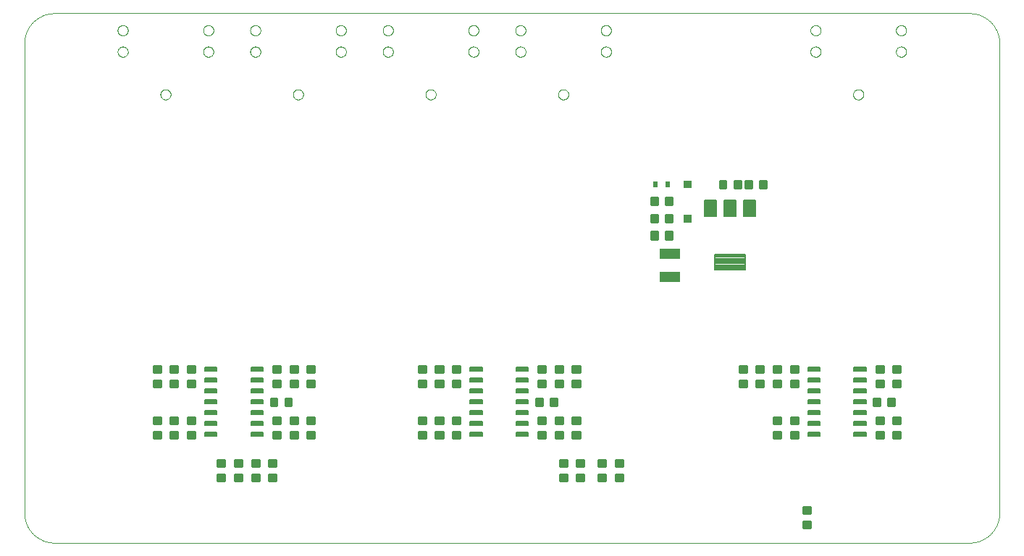
<source format=gtp>
G75*
%MOIN*%
%OFA0B0*%
%FSLAX25Y25*%
%IPPOS*%
%LPD*%
%AMOC8*
5,1,8,0,0,1.08239X$1,22.5*
%
%ADD10C,0.00000*%
%ADD11C,0.00984*%
%ADD12C,0.00591*%
%ADD13C,0.00787*%
%ADD14R,0.09449X0.04724*%
%ADD15C,0.00354*%
%ADD16R,0.02362X0.03150*%
D10*
X0024622Y0040620D02*
X0445882Y0040620D01*
X0446215Y0040624D01*
X0446548Y0040636D01*
X0446880Y0040656D01*
X0447212Y0040684D01*
X0447543Y0040720D01*
X0447873Y0040765D01*
X0448202Y0040817D01*
X0448530Y0040877D01*
X0448856Y0040945D01*
X0449180Y0041020D01*
X0449502Y0041104D01*
X0449822Y0041195D01*
X0450140Y0041294D01*
X0450456Y0041401D01*
X0450768Y0041515D01*
X0451078Y0041637D01*
X0451385Y0041767D01*
X0451689Y0041903D01*
X0451989Y0042047D01*
X0452286Y0042198D01*
X0452579Y0042357D01*
X0452868Y0042522D01*
X0453153Y0042694D01*
X0453434Y0042873D01*
X0453710Y0043059D01*
X0453982Y0043252D01*
X0454249Y0043451D01*
X0454511Y0043656D01*
X0454768Y0043868D01*
X0455020Y0044086D01*
X0455266Y0044309D01*
X0455507Y0044539D01*
X0455743Y0044775D01*
X0455973Y0045016D01*
X0456196Y0045262D01*
X0456414Y0045514D01*
X0456626Y0045771D01*
X0456831Y0046033D01*
X0457030Y0046300D01*
X0457223Y0046572D01*
X0457409Y0046848D01*
X0457588Y0047129D01*
X0457760Y0047414D01*
X0457925Y0047703D01*
X0458084Y0047996D01*
X0458235Y0048293D01*
X0458379Y0048593D01*
X0458515Y0048897D01*
X0458645Y0049204D01*
X0458767Y0049514D01*
X0458881Y0049826D01*
X0458988Y0050142D01*
X0459087Y0050460D01*
X0459178Y0050780D01*
X0459262Y0051102D01*
X0459337Y0051426D01*
X0459405Y0051752D01*
X0459465Y0052080D01*
X0459517Y0052409D01*
X0459562Y0052739D01*
X0459598Y0053070D01*
X0459626Y0053402D01*
X0459646Y0053734D01*
X0459658Y0054067D01*
X0459662Y0054400D01*
X0459661Y0054400D02*
X0459661Y0270935D01*
X0459662Y0270935D02*
X0459658Y0271268D01*
X0459646Y0271601D01*
X0459626Y0271933D01*
X0459598Y0272265D01*
X0459562Y0272596D01*
X0459517Y0272926D01*
X0459465Y0273255D01*
X0459405Y0273583D01*
X0459337Y0273909D01*
X0459262Y0274233D01*
X0459178Y0274555D01*
X0459087Y0274875D01*
X0458988Y0275193D01*
X0458881Y0275509D01*
X0458767Y0275821D01*
X0458645Y0276131D01*
X0458515Y0276438D01*
X0458379Y0276742D01*
X0458235Y0277042D01*
X0458084Y0277339D01*
X0457925Y0277632D01*
X0457760Y0277921D01*
X0457588Y0278206D01*
X0457409Y0278487D01*
X0457223Y0278763D01*
X0457030Y0279035D01*
X0456831Y0279302D01*
X0456626Y0279564D01*
X0456414Y0279821D01*
X0456196Y0280073D01*
X0455973Y0280319D01*
X0455743Y0280560D01*
X0455507Y0280796D01*
X0455266Y0281026D01*
X0455020Y0281249D01*
X0454768Y0281467D01*
X0454511Y0281679D01*
X0454249Y0281884D01*
X0453982Y0282083D01*
X0453710Y0282276D01*
X0453434Y0282462D01*
X0453153Y0282641D01*
X0452868Y0282813D01*
X0452579Y0282978D01*
X0452286Y0283137D01*
X0451989Y0283288D01*
X0451689Y0283432D01*
X0451385Y0283568D01*
X0451078Y0283698D01*
X0450768Y0283820D01*
X0450456Y0283934D01*
X0450140Y0284041D01*
X0449822Y0284140D01*
X0449502Y0284231D01*
X0449180Y0284315D01*
X0448856Y0284390D01*
X0448530Y0284458D01*
X0448202Y0284518D01*
X0447873Y0284570D01*
X0447543Y0284615D01*
X0447212Y0284651D01*
X0446880Y0284679D01*
X0446548Y0284699D01*
X0446215Y0284711D01*
X0445882Y0284715D01*
X0024622Y0284715D01*
X0024289Y0284711D01*
X0023956Y0284699D01*
X0023624Y0284679D01*
X0023292Y0284651D01*
X0022961Y0284615D01*
X0022631Y0284570D01*
X0022302Y0284518D01*
X0021974Y0284458D01*
X0021648Y0284390D01*
X0021324Y0284315D01*
X0021002Y0284231D01*
X0020682Y0284140D01*
X0020364Y0284041D01*
X0020048Y0283934D01*
X0019736Y0283820D01*
X0019426Y0283698D01*
X0019119Y0283568D01*
X0018815Y0283432D01*
X0018515Y0283288D01*
X0018218Y0283137D01*
X0017925Y0282978D01*
X0017636Y0282813D01*
X0017351Y0282641D01*
X0017070Y0282462D01*
X0016794Y0282276D01*
X0016522Y0282083D01*
X0016255Y0281884D01*
X0015993Y0281679D01*
X0015736Y0281467D01*
X0015484Y0281249D01*
X0015238Y0281026D01*
X0014997Y0280796D01*
X0014761Y0280560D01*
X0014531Y0280319D01*
X0014308Y0280073D01*
X0014090Y0279821D01*
X0013878Y0279564D01*
X0013673Y0279302D01*
X0013474Y0279035D01*
X0013281Y0278763D01*
X0013095Y0278487D01*
X0012916Y0278206D01*
X0012744Y0277921D01*
X0012579Y0277632D01*
X0012420Y0277339D01*
X0012269Y0277042D01*
X0012125Y0276742D01*
X0011989Y0276438D01*
X0011859Y0276131D01*
X0011737Y0275821D01*
X0011623Y0275509D01*
X0011516Y0275193D01*
X0011417Y0274875D01*
X0011326Y0274555D01*
X0011242Y0274233D01*
X0011167Y0273909D01*
X0011099Y0273583D01*
X0011039Y0273255D01*
X0010987Y0272926D01*
X0010942Y0272596D01*
X0010906Y0272265D01*
X0010878Y0271933D01*
X0010858Y0271601D01*
X0010846Y0271268D01*
X0010842Y0270935D01*
X0010843Y0270935D02*
X0010843Y0054400D01*
X0010842Y0054400D02*
X0010846Y0054067D01*
X0010858Y0053734D01*
X0010878Y0053402D01*
X0010906Y0053070D01*
X0010942Y0052739D01*
X0010987Y0052409D01*
X0011039Y0052080D01*
X0011099Y0051752D01*
X0011167Y0051426D01*
X0011242Y0051102D01*
X0011326Y0050780D01*
X0011417Y0050460D01*
X0011516Y0050142D01*
X0011623Y0049826D01*
X0011737Y0049514D01*
X0011859Y0049204D01*
X0011989Y0048897D01*
X0012125Y0048593D01*
X0012269Y0048293D01*
X0012420Y0047996D01*
X0012579Y0047703D01*
X0012744Y0047414D01*
X0012916Y0047129D01*
X0013095Y0046848D01*
X0013281Y0046572D01*
X0013474Y0046300D01*
X0013673Y0046033D01*
X0013878Y0045771D01*
X0014090Y0045514D01*
X0014308Y0045262D01*
X0014531Y0045016D01*
X0014761Y0044775D01*
X0014997Y0044539D01*
X0015238Y0044309D01*
X0015484Y0044086D01*
X0015736Y0043868D01*
X0015993Y0043656D01*
X0016255Y0043451D01*
X0016522Y0043252D01*
X0016794Y0043059D01*
X0017070Y0042873D01*
X0017351Y0042694D01*
X0017636Y0042522D01*
X0017925Y0042357D01*
X0018218Y0042198D01*
X0018515Y0042047D01*
X0018815Y0041903D01*
X0019119Y0041767D01*
X0019426Y0041637D01*
X0019736Y0041515D01*
X0020048Y0041401D01*
X0020364Y0041294D01*
X0020682Y0041195D01*
X0021002Y0041104D01*
X0021324Y0041020D01*
X0021648Y0040945D01*
X0021974Y0040877D01*
X0022302Y0040817D01*
X0022631Y0040765D01*
X0022961Y0040720D01*
X0023292Y0040684D01*
X0023624Y0040656D01*
X0023956Y0040636D01*
X0024289Y0040624D01*
X0024622Y0040620D01*
X0073441Y0247313D02*
X0073443Y0247410D01*
X0073449Y0247507D01*
X0073459Y0247603D01*
X0073473Y0247699D01*
X0073491Y0247795D01*
X0073512Y0247889D01*
X0073538Y0247983D01*
X0073567Y0248075D01*
X0073601Y0248166D01*
X0073637Y0248256D01*
X0073678Y0248344D01*
X0073722Y0248430D01*
X0073770Y0248515D01*
X0073821Y0248597D01*
X0073875Y0248678D01*
X0073933Y0248756D01*
X0073994Y0248831D01*
X0074057Y0248904D01*
X0074124Y0248975D01*
X0074194Y0249042D01*
X0074266Y0249107D01*
X0074341Y0249168D01*
X0074419Y0249227D01*
X0074498Y0249282D01*
X0074580Y0249334D01*
X0074664Y0249382D01*
X0074750Y0249427D01*
X0074838Y0249469D01*
X0074927Y0249507D01*
X0075018Y0249541D01*
X0075110Y0249571D01*
X0075203Y0249598D01*
X0075298Y0249620D01*
X0075393Y0249639D01*
X0075489Y0249654D01*
X0075585Y0249665D01*
X0075682Y0249672D01*
X0075779Y0249675D01*
X0075876Y0249674D01*
X0075973Y0249669D01*
X0076069Y0249660D01*
X0076165Y0249647D01*
X0076261Y0249630D01*
X0076356Y0249609D01*
X0076449Y0249585D01*
X0076542Y0249556D01*
X0076634Y0249524D01*
X0076724Y0249488D01*
X0076812Y0249449D01*
X0076899Y0249405D01*
X0076984Y0249359D01*
X0077067Y0249308D01*
X0077148Y0249255D01*
X0077226Y0249198D01*
X0077303Y0249138D01*
X0077376Y0249075D01*
X0077447Y0249009D01*
X0077515Y0248940D01*
X0077581Y0248868D01*
X0077643Y0248794D01*
X0077702Y0248717D01*
X0077758Y0248638D01*
X0077811Y0248556D01*
X0077861Y0248473D01*
X0077906Y0248387D01*
X0077949Y0248300D01*
X0077988Y0248211D01*
X0078023Y0248121D01*
X0078054Y0248029D01*
X0078081Y0247936D01*
X0078105Y0247842D01*
X0078125Y0247747D01*
X0078141Y0247651D01*
X0078153Y0247555D01*
X0078161Y0247458D01*
X0078165Y0247361D01*
X0078165Y0247265D01*
X0078161Y0247168D01*
X0078153Y0247071D01*
X0078141Y0246975D01*
X0078125Y0246879D01*
X0078105Y0246784D01*
X0078081Y0246690D01*
X0078054Y0246597D01*
X0078023Y0246505D01*
X0077988Y0246415D01*
X0077949Y0246326D01*
X0077906Y0246239D01*
X0077861Y0246153D01*
X0077811Y0246070D01*
X0077758Y0245988D01*
X0077702Y0245909D01*
X0077643Y0245832D01*
X0077581Y0245758D01*
X0077515Y0245686D01*
X0077447Y0245617D01*
X0077376Y0245551D01*
X0077303Y0245488D01*
X0077226Y0245428D01*
X0077148Y0245371D01*
X0077067Y0245318D01*
X0076984Y0245267D01*
X0076899Y0245221D01*
X0076812Y0245177D01*
X0076724Y0245138D01*
X0076634Y0245102D01*
X0076542Y0245070D01*
X0076449Y0245041D01*
X0076356Y0245017D01*
X0076261Y0244996D01*
X0076165Y0244979D01*
X0076069Y0244966D01*
X0075973Y0244957D01*
X0075876Y0244952D01*
X0075779Y0244951D01*
X0075682Y0244954D01*
X0075585Y0244961D01*
X0075489Y0244972D01*
X0075393Y0244987D01*
X0075298Y0245006D01*
X0075203Y0245028D01*
X0075110Y0245055D01*
X0075018Y0245085D01*
X0074927Y0245119D01*
X0074838Y0245157D01*
X0074750Y0245199D01*
X0074664Y0245244D01*
X0074580Y0245292D01*
X0074498Y0245344D01*
X0074419Y0245399D01*
X0074341Y0245458D01*
X0074266Y0245519D01*
X0074194Y0245584D01*
X0074124Y0245651D01*
X0074057Y0245722D01*
X0073994Y0245795D01*
X0073933Y0245870D01*
X0073875Y0245948D01*
X0073821Y0246029D01*
X0073770Y0246111D01*
X0073722Y0246196D01*
X0073678Y0246282D01*
X0073637Y0246370D01*
X0073601Y0246460D01*
X0073567Y0246551D01*
X0073538Y0246643D01*
X0073512Y0246737D01*
X0073491Y0246831D01*
X0073473Y0246927D01*
X0073459Y0247023D01*
X0073449Y0247119D01*
X0073443Y0247216D01*
X0073441Y0247313D01*
X0053756Y0266998D02*
X0053758Y0267095D01*
X0053764Y0267192D01*
X0053774Y0267288D01*
X0053788Y0267384D01*
X0053806Y0267480D01*
X0053827Y0267574D01*
X0053853Y0267668D01*
X0053882Y0267760D01*
X0053916Y0267851D01*
X0053952Y0267941D01*
X0053993Y0268029D01*
X0054037Y0268115D01*
X0054085Y0268200D01*
X0054136Y0268282D01*
X0054190Y0268363D01*
X0054248Y0268441D01*
X0054309Y0268516D01*
X0054372Y0268589D01*
X0054439Y0268660D01*
X0054509Y0268727D01*
X0054581Y0268792D01*
X0054656Y0268853D01*
X0054734Y0268912D01*
X0054813Y0268967D01*
X0054895Y0269019D01*
X0054979Y0269067D01*
X0055065Y0269112D01*
X0055153Y0269154D01*
X0055242Y0269192D01*
X0055333Y0269226D01*
X0055425Y0269256D01*
X0055518Y0269283D01*
X0055613Y0269305D01*
X0055708Y0269324D01*
X0055804Y0269339D01*
X0055900Y0269350D01*
X0055997Y0269357D01*
X0056094Y0269360D01*
X0056191Y0269359D01*
X0056288Y0269354D01*
X0056384Y0269345D01*
X0056480Y0269332D01*
X0056576Y0269315D01*
X0056671Y0269294D01*
X0056764Y0269270D01*
X0056857Y0269241D01*
X0056949Y0269209D01*
X0057039Y0269173D01*
X0057127Y0269134D01*
X0057214Y0269090D01*
X0057299Y0269044D01*
X0057382Y0268993D01*
X0057463Y0268940D01*
X0057541Y0268883D01*
X0057618Y0268823D01*
X0057691Y0268760D01*
X0057762Y0268694D01*
X0057830Y0268625D01*
X0057896Y0268553D01*
X0057958Y0268479D01*
X0058017Y0268402D01*
X0058073Y0268323D01*
X0058126Y0268241D01*
X0058176Y0268158D01*
X0058221Y0268072D01*
X0058264Y0267985D01*
X0058303Y0267896D01*
X0058338Y0267806D01*
X0058369Y0267714D01*
X0058396Y0267621D01*
X0058420Y0267527D01*
X0058440Y0267432D01*
X0058456Y0267336D01*
X0058468Y0267240D01*
X0058476Y0267143D01*
X0058480Y0267046D01*
X0058480Y0266950D01*
X0058476Y0266853D01*
X0058468Y0266756D01*
X0058456Y0266660D01*
X0058440Y0266564D01*
X0058420Y0266469D01*
X0058396Y0266375D01*
X0058369Y0266282D01*
X0058338Y0266190D01*
X0058303Y0266100D01*
X0058264Y0266011D01*
X0058221Y0265924D01*
X0058176Y0265838D01*
X0058126Y0265755D01*
X0058073Y0265673D01*
X0058017Y0265594D01*
X0057958Y0265517D01*
X0057896Y0265443D01*
X0057830Y0265371D01*
X0057762Y0265302D01*
X0057691Y0265236D01*
X0057618Y0265173D01*
X0057541Y0265113D01*
X0057463Y0265056D01*
X0057382Y0265003D01*
X0057299Y0264952D01*
X0057214Y0264906D01*
X0057127Y0264862D01*
X0057039Y0264823D01*
X0056949Y0264787D01*
X0056857Y0264755D01*
X0056764Y0264726D01*
X0056671Y0264702D01*
X0056576Y0264681D01*
X0056480Y0264664D01*
X0056384Y0264651D01*
X0056288Y0264642D01*
X0056191Y0264637D01*
X0056094Y0264636D01*
X0055997Y0264639D01*
X0055900Y0264646D01*
X0055804Y0264657D01*
X0055708Y0264672D01*
X0055613Y0264691D01*
X0055518Y0264713D01*
X0055425Y0264740D01*
X0055333Y0264770D01*
X0055242Y0264804D01*
X0055153Y0264842D01*
X0055065Y0264884D01*
X0054979Y0264929D01*
X0054895Y0264977D01*
X0054813Y0265029D01*
X0054734Y0265084D01*
X0054656Y0265143D01*
X0054581Y0265204D01*
X0054509Y0265269D01*
X0054439Y0265336D01*
X0054372Y0265407D01*
X0054309Y0265480D01*
X0054248Y0265555D01*
X0054190Y0265633D01*
X0054136Y0265714D01*
X0054085Y0265796D01*
X0054037Y0265881D01*
X0053993Y0265967D01*
X0053952Y0266055D01*
X0053916Y0266145D01*
X0053882Y0266236D01*
X0053853Y0266328D01*
X0053827Y0266422D01*
X0053806Y0266516D01*
X0053788Y0266612D01*
X0053774Y0266708D01*
X0053764Y0266804D01*
X0053758Y0266901D01*
X0053756Y0266998D01*
X0053756Y0276841D02*
X0053758Y0276938D01*
X0053764Y0277035D01*
X0053774Y0277131D01*
X0053788Y0277227D01*
X0053806Y0277323D01*
X0053827Y0277417D01*
X0053853Y0277511D01*
X0053882Y0277603D01*
X0053916Y0277694D01*
X0053952Y0277784D01*
X0053993Y0277872D01*
X0054037Y0277958D01*
X0054085Y0278043D01*
X0054136Y0278125D01*
X0054190Y0278206D01*
X0054248Y0278284D01*
X0054309Y0278359D01*
X0054372Y0278432D01*
X0054439Y0278503D01*
X0054509Y0278570D01*
X0054581Y0278635D01*
X0054656Y0278696D01*
X0054734Y0278755D01*
X0054813Y0278810D01*
X0054895Y0278862D01*
X0054979Y0278910D01*
X0055065Y0278955D01*
X0055153Y0278997D01*
X0055242Y0279035D01*
X0055333Y0279069D01*
X0055425Y0279099D01*
X0055518Y0279126D01*
X0055613Y0279148D01*
X0055708Y0279167D01*
X0055804Y0279182D01*
X0055900Y0279193D01*
X0055997Y0279200D01*
X0056094Y0279203D01*
X0056191Y0279202D01*
X0056288Y0279197D01*
X0056384Y0279188D01*
X0056480Y0279175D01*
X0056576Y0279158D01*
X0056671Y0279137D01*
X0056764Y0279113D01*
X0056857Y0279084D01*
X0056949Y0279052D01*
X0057039Y0279016D01*
X0057127Y0278977D01*
X0057214Y0278933D01*
X0057299Y0278887D01*
X0057382Y0278836D01*
X0057463Y0278783D01*
X0057541Y0278726D01*
X0057618Y0278666D01*
X0057691Y0278603D01*
X0057762Y0278537D01*
X0057830Y0278468D01*
X0057896Y0278396D01*
X0057958Y0278322D01*
X0058017Y0278245D01*
X0058073Y0278166D01*
X0058126Y0278084D01*
X0058176Y0278001D01*
X0058221Y0277915D01*
X0058264Y0277828D01*
X0058303Y0277739D01*
X0058338Y0277649D01*
X0058369Y0277557D01*
X0058396Y0277464D01*
X0058420Y0277370D01*
X0058440Y0277275D01*
X0058456Y0277179D01*
X0058468Y0277083D01*
X0058476Y0276986D01*
X0058480Y0276889D01*
X0058480Y0276793D01*
X0058476Y0276696D01*
X0058468Y0276599D01*
X0058456Y0276503D01*
X0058440Y0276407D01*
X0058420Y0276312D01*
X0058396Y0276218D01*
X0058369Y0276125D01*
X0058338Y0276033D01*
X0058303Y0275943D01*
X0058264Y0275854D01*
X0058221Y0275767D01*
X0058176Y0275681D01*
X0058126Y0275598D01*
X0058073Y0275516D01*
X0058017Y0275437D01*
X0057958Y0275360D01*
X0057896Y0275286D01*
X0057830Y0275214D01*
X0057762Y0275145D01*
X0057691Y0275079D01*
X0057618Y0275016D01*
X0057541Y0274956D01*
X0057463Y0274899D01*
X0057382Y0274846D01*
X0057299Y0274795D01*
X0057214Y0274749D01*
X0057127Y0274705D01*
X0057039Y0274666D01*
X0056949Y0274630D01*
X0056857Y0274598D01*
X0056764Y0274569D01*
X0056671Y0274545D01*
X0056576Y0274524D01*
X0056480Y0274507D01*
X0056384Y0274494D01*
X0056288Y0274485D01*
X0056191Y0274480D01*
X0056094Y0274479D01*
X0055997Y0274482D01*
X0055900Y0274489D01*
X0055804Y0274500D01*
X0055708Y0274515D01*
X0055613Y0274534D01*
X0055518Y0274556D01*
X0055425Y0274583D01*
X0055333Y0274613D01*
X0055242Y0274647D01*
X0055153Y0274685D01*
X0055065Y0274727D01*
X0054979Y0274772D01*
X0054895Y0274820D01*
X0054813Y0274872D01*
X0054734Y0274927D01*
X0054656Y0274986D01*
X0054581Y0275047D01*
X0054509Y0275112D01*
X0054439Y0275179D01*
X0054372Y0275250D01*
X0054309Y0275323D01*
X0054248Y0275398D01*
X0054190Y0275476D01*
X0054136Y0275557D01*
X0054085Y0275639D01*
X0054037Y0275724D01*
X0053993Y0275810D01*
X0053952Y0275898D01*
X0053916Y0275988D01*
X0053882Y0276079D01*
X0053853Y0276171D01*
X0053827Y0276265D01*
X0053806Y0276359D01*
X0053788Y0276455D01*
X0053774Y0276551D01*
X0053764Y0276647D01*
X0053758Y0276744D01*
X0053756Y0276841D01*
X0093126Y0276841D02*
X0093128Y0276938D01*
X0093134Y0277035D01*
X0093144Y0277131D01*
X0093158Y0277227D01*
X0093176Y0277323D01*
X0093197Y0277417D01*
X0093223Y0277511D01*
X0093252Y0277603D01*
X0093286Y0277694D01*
X0093322Y0277784D01*
X0093363Y0277872D01*
X0093407Y0277958D01*
X0093455Y0278043D01*
X0093506Y0278125D01*
X0093560Y0278206D01*
X0093618Y0278284D01*
X0093679Y0278359D01*
X0093742Y0278432D01*
X0093809Y0278503D01*
X0093879Y0278570D01*
X0093951Y0278635D01*
X0094026Y0278696D01*
X0094104Y0278755D01*
X0094183Y0278810D01*
X0094265Y0278862D01*
X0094349Y0278910D01*
X0094435Y0278955D01*
X0094523Y0278997D01*
X0094612Y0279035D01*
X0094703Y0279069D01*
X0094795Y0279099D01*
X0094888Y0279126D01*
X0094983Y0279148D01*
X0095078Y0279167D01*
X0095174Y0279182D01*
X0095270Y0279193D01*
X0095367Y0279200D01*
X0095464Y0279203D01*
X0095561Y0279202D01*
X0095658Y0279197D01*
X0095754Y0279188D01*
X0095850Y0279175D01*
X0095946Y0279158D01*
X0096041Y0279137D01*
X0096134Y0279113D01*
X0096227Y0279084D01*
X0096319Y0279052D01*
X0096409Y0279016D01*
X0096497Y0278977D01*
X0096584Y0278933D01*
X0096669Y0278887D01*
X0096752Y0278836D01*
X0096833Y0278783D01*
X0096911Y0278726D01*
X0096988Y0278666D01*
X0097061Y0278603D01*
X0097132Y0278537D01*
X0097200Y0278468D01*
X0097266Y0278396D01*
X0097328Y0278322D01*
X0097387Y0278245D01*
X0097443Y0278166D01*
X0097496Y0278084D01*
X0097546Y0278001D01*
X0097591Y0277915D01*
X0097634Y0277828D01*
X0097673Y0277739D01*
X0097708Y0277649D01*
X0097739Y0277557D01*
X0097766Y0277464D01*
X0097790Y0277370D01*
X0097810Y0277275D01*
X0097826Y0277179D01*
X0097838Y0277083D01*
X0097846Y0276986D01*
X0097850Y0276889D01*
X0097850Y0276793D01*
X0097846Y0276696D01*
X0097838Y0276599D01*
X0097826Y0276503D01*
X0097810Y0276407D01*
X0097790Y0276312D01*
X0097766Y0276218D01*
X0097739Y0276125D01*
X0097708Y0276033D01*
X0097673Y0275943D01*
X0097634Y0275854D01*
X0097591Y0275767D01*
X0097546Y0275681D01*
X0097496Y0275598D01*
X0097443Y0275516D01*
X0097387Y0275437D01*
X0097328Y0275360D01*
X0097266Y0275286D01*
X0097200Y0275214D01*
X0097132Y0275145D01*
X0097061Y0275079D01*
X0096988Y0275016D01*
X0096911Y0274956D01*
X0096833Y0274899D01*
X0096752Y0274846D01*
X0096669Y0274795D01*
X0096584Y0274749D01*
X0096497Y0274705D01*
X0096409Y0274666D01*
X0096319Y0274630D01*
X0096227Y0274598D01*
X0096134Y0274569D01*
X0096041Y0274545D01*
X0095946Y0274524D01*
X0095850Y0274507D01*
X0095754Y0274494D01*
X0095658Y0274485D01*
X0095561Y0274480D01*
X0095464Y0274479D01*
X0095367Y0274482D01*
X0095270Y0274489D01*
X0095174Y0274500D01*
X0095078Y0274515D01*
X0094983Y0274534D01*
X0094888Y0274556D01*
X0094795Y0274583D01*
X0094703Y0274613D01*
X0094612Y0274647D01*
X0094523Y0274685D01*
X0094435Y0274727D01*
X0094349Y0274772D01*
X0094265Y0274820D01*
X0094183Y0274872D01*
X0094104Y0274927D01*
X0094026Y0274986D01*
X0093951Y0275047D01*
X0093879Y0275112D01*
X0093809Y0275179D01*
X0093742Y0275250D01*
X0093679Y0275323D01*
X0093618Y0275398D01*
X0093560Y0275476D01*
X0093506Y0275557D01*
X0093455Y0275639D01*
X0093407Y0275724D01*
X0093363Y0275810D01*
X0093322Y0275898D01*
X0093286Y0275988D01*
X0093252Y0276079D01*
X0093223Y0276171D01*
X0093197Y0276265D01*
X0093176Y0276359D01*
X0093158Y0276455D01*
X0093144Y0276551D01*
X0093134Y0276647D01*
X0093128Y0276744D01*
X0093126Y0276841D01*
X0093126Y0266998D02*
X0093128Y0267095D01*
X0093134Y0267192D01*
X0093144Y0267288D01*
X0093158Y0267384D01*
X0093176Y0267480D01*
X0093197Y0267574D01*
X0093223Y0267668D01*
X0093252Y0267760D01*
X0093286Y0267851D01*
X0093322Y0267941D01*
X0093363Y0268029D01*
X0093407Y0268115D01*
X0093455Y0268200D01*
X0093506Y0268282D01*
X0093560Y0268363D01*
X0093618Y0268441D01*
X0093679Y0268516D01*
X0093742Y0268589D01*
X0093809Y0268660D01*
X0093879Y0268727D01*
X0093951Y0268792D01*
X0094026Y0268853D01*
X0094104Y0268912D01*
X0094183Y0268967D01*
X0094265Y0269019D01*
X0094349Y0269067D01*
X0094435Y0269112D01*
X0094523Y0269154D01*
X0094612Y0269192D01*
X0094703Y0269226D01*
X0094795Y0269256D01*
X0094888Y0269283D01*
X0094983Y0269305D01*
X0095078Y0269324D01*
X0095174Y0269339D01*
X0095270Y0269350D01*
X0095367Y0269357D01*
X0095464Y0269360D01*
X0095561Y0269359D01*
X0095658Y0269354D01*
X0095754Y0269345D01*
X0095850Y0269332D01*
X0095946Y0269315D01*
X0096041Y0269294D01*
X0096134Y0269270D01*
X0096227Y0269241D01*
X0096319Y0269209D01*
X0096409Y0269173D01*
X0096497Y0269134D01*
X0096584Y0269090D01*
X0096669Y0269044D01*
X0096752Y0268993D01*
X0096833Y0268940D01*
X0096911Y0268883D01*
X0096988Y0268823D01*
X0097061Y0268760D01*
X0097132Y0268694D01*
X0097200Y0268625D01*
X0097266Y0268553D01*
X0097328Y0268479D01*
X0097387Y0268402D01*
X0097443Y0268323D01*
X0097496Y0268241D01*
X0097546Y0268158D01*
X0097591Y0268072D01*
X0097634Y0267985D01*
X0097673Y0267896D01*
X0097708Y0267806D01*
X0097739Y0267714D01*
X0097766Y0267621D01*
X0097790Y0267527D01*
X0097810Y0267432D01*
X0097826Y0267336D01*
X0097838Y0267240D01*
X0097846Y0267143D01*
X0097850Y0267046D01*
X0097850Y0266950D01*
X0097846Y0266853D01*
X0097838Y0266756D01*
X0097826Y0266660D01*
X0097810Y0266564D01*
X0097790Y0266469D01*
X0097766Y0266375D01*
X0097739Y0266282D01*
X0097708Y0266190D01*
X0097673Y0266100D01*
X0097634Y0266011D01*
X0097591Y0265924D01*
X0097546Y0265838D01*
X0097496Y0265755D01*
X0097443Y0265673D01*
X0097387Y0265594D01*
X0097328Y0265517D01*
X0097266Y0265443D01*
X0097200Y0265371D01*
X0097132Y0265302D01*
X0097061Y0265236D01*
X0096988Y0265173D01*
X0096911Y0265113D01*
X0096833Y0265056D01*
X0096752Y0265003D01*
X0096669Y0264952D01*
X0096584Y0264906D01*
X0096497Y0264862D01*
X0096409Y0264823D01*
X0096319Y0264787D01*
X0096227Y0264755D01*
X0096134Y0264726D01*
X0096041Y0264702D01*
X0095946Y0264681D01*
X0095850Y0264664D01*
X0095754Y0264651D01*
X0095658Y0264642D01*
X0095561Y0264637D01*
X0095464Y0264636D01*
X0095367Y0264639D01*
X0095270Y0264646D01*
X0095174Y0264657D01*
X0095078Y0264672D01*
X0094983Y0264691D01*
X0094888Y0264713D01*
X0094795Y0264740D01*
X0094703Y0264770D01*
X0094612Y0264804D01*
X0094523Y0264842D01*
X0094435Y0264884D01*
X0094349Y0264929D01*
X0094265Y0264977D01*
X0094183Y0265029D01*
X0094104Y0265084D01*
X0094026Y0265143D01*
X0093951Y0265204D01*
X0093879Y0265269D01*
X0093809Y0265336D01*
X0093742Y0265407D01*
X0093679Y0265480D01*
X0093618Y0265555D01*
X0093560Y0265633D01*
X0093506Y0265714D01*
X0093455Y0265796D01*
X0093407Y0265881D01*
X0093363Y0265967D01*
X0093322Y0266055D01*
X0093286Y0266145D01*
X0093252Y0266236D01*
X0093223Y0266328D01*
X0093197Y0266422D01*
X0093176Y0266516D01*
X0093158Y0266612D01*
X0093144Y0266708D01*
X0093134Y0266804D01*
X0093128Y0266901D01*
X0093126Y0266998D01*
X0114780Y0266998D02*
X0114782Y0267095D01*
X0114788Y0267192D01*
X0114798Y0267288D01*
X0114812Y0267384D01*
X0114830Y0267480D01*
X0114851Y0267574D01*
X0114877Y0267668D01*
X0114906Y0267760D01*
X0114940Y0267851D01*
X0114976Y0267941D01*
X0115017Y0268029D01*
X0115061Y0268115D01*
X0115109Y0268200D01*
X0115160Y0268282D01*
X0115214Y0268363D01*
X0115272Y0268441D01*
X0115333Y0268516D01*
X0115396Y0268589D01*
X0115463Y0268660D01*
X0115533Y0268727D01*
X0115605Y0268792D01*
X0115680Y0268853D01*
X0115758Y0268912D01*
X0115837Y0268967D01*
X0115919Y0269019D01*
X0116003Y0269067D01*
X0116089Y0269112D01*
X0116177Y0269154D01*
X0116266Y0269192D01*
X0116357Y0269226D01*
X0116449Y0269256D01*
X0116542Y0269283D01*
X0116637Y0269305D01*
X0116732Y0269324D01*
X0116828Y0269339D01*
X0116924Y0269350D01*
X0117021Y0269357D01*
X0117118Y0269360D01*
X0117215Y0269359D01*
X0117312Y0269354D01*
X0117408Y0269345D01*
X0117504Y0269332D01*
X0117600Y0269315D01*
X0117695Y0269294D01*
X0117788Y0269270D01*
X0117881Y0269241D01*
X0117973Y0269209D01*
X0118063Y0269173D01*
X0118151Y0269134D01*
X0118238Y0269090D01*
X0118323Y0269044D01*
X0118406Y0268993D01*
X0118487Y0268940D01*
X0118565Y0268883D01*
X0118642Y0268823D01*
X0118715Y0268760D01*
X0118786Y0268694D01*
X0118854Y0268625D01*
X0118920Y0268553D01*
X0118982Y0268479D01*
X0119041Y0268402D01*
X0119097Y0268323D01*
X0119150Y0268241D01*
X0119200Y0268158D01*
X0119245Y0268072D01*
X0119288Y0267985D01*
X0119327Y0267896D01*
X0119362Y0267806D01*
X0119393Y0267714D01*
X0119420Y0267621D01*
X0119444Y0267527D01*
X0119464Y0267432D01*
X0119480Y0267336D01*
X0119492Y0267240D01*
X0119500Y0267143D01*
X0119504Y0267046D01*
X0119504Y0266950D01*
X0119500Y0266853D01*
X0119492Y0266756D01*
X0119480Y0266660D01*
X0119464Y0266564D01*
X0119444Y0266469D01*
X0119420Y0266375D01*
X0119393Y0266282D01*
X0119362Y0266190D01*
X0119327Y0266100D01*
X0119288Y0266011D01*
X0119245Y0265924D01*
X0119200Y0265838D01*
X0119150Y0265755D01*
X0119097Y0265673D01*
X0119041Y0265594D01*
X0118982Y0265517D01*
X0118920Y0265443D01*
X0118854Y0265371D01*
X0118786Y0265302D01*
X0118715Y0265236D01*
X0118642Y0265173D01*
X0118565Y0265113D01*
X0118487Y0265056D01*
X0118406Y0265003D01*
X0118323Y0264952D01*
X0118238Y0264906D01*
X0118151Y0264862D01*
X0118063Y0264823D01*
X0117973Y0264787D01*
X0117881Y0264755D01*
X0117788Y0264726D01*
X0117695Y0264702D01*
X0117600Y0264681D01*
X0117504Y0264664D01*
X0117408Y0264651D01*
X0117312Y0264642D01*
X0117215Y0264637D01*
X0117118Y0264636D01*
X0117021Y0264639D01*
X0116924Y0264646D01*
X0116828Y0264657D01*
X0116732Y0264672D01*
X0116637Y0264691D01*
X0116542Y0264713D01*
X0116449Y0264740D01*
X0116357Y0264770D01*
X0116266Y0264804D01*
X0116177Y0264842D01*
X0116089Y0264884D01*
X0116003Y0264929D01*
X0115919Y0264977D01*
X0115837Y0265029D01*
X0115758Y0265084D01*
X0115680Y0265143D01*
X0115605Y0265204D01*
X0115533Y0265269D01*
X0115463Y0265336D01*
X0115396Y0265407D01*
X0115333Y0265480D01*
X0115272Y0265555D01*
X0115214Y0265633D01*
X0115160Y0265714D01*
X0115109Y0265796D01*
X0115061Y0265881D01*
X0115017Y0265967D01*
X0114976Y0266055D01*
X0114940Y0266145D01*
X0114906Y0266236D01*
X0114877Y0266328D01*
X0114851Y0266422D01*
X0114830Y0266516D01*
X0114812Y0266612D01*
X0114798Y0266708D01*
X0114788Y0266804D01*
X0114782Y0266901D01*
X0114780Y0266998D01*
X0114780Y0276841D02*
X0114782Y0276938D01*
X0114788Y0277035D01*
X0114798Y0277131D01*
X0114812Y0277227D01*
X0114830Y0277323D01*
X0114851Y0277417D01*
X0114877Y0277511D01*
X0114906Y0277603D01*
X0114940Y0277694D01*
X0114976Y0277784D01*
X0115017Y0277872D01*
X0115061Y0277958D01*
X0115109Y0278043D01*
X0115160Y0278125D01*
X0115214Y0278206D01*
X0115272Y0278284D01*
X0115333Y0278359D01*
X0115396Y0278432D01*
X0115463Y0278503D01*
X0115533Y0278570D01*
X0115605Y0278635D01*
X0115680Y0278696D01*
X0115758Y0278755D01*
X0115837Y0278810D01*
X0115919Y0278862D01*
X0116003Y0278910D01*
X0116089Y0278955D01*
X0116177Y0278997D01*
X0116266Y0279035D01*
X0116357Y0279069D01*
X0116449Y0279099D01*
X0116542Y0279126D01*
X0116637Y0279148D01*
X0116732Y0279167D01*
X0116828Y0279182D01*
X0116924Y0279193D01*
X0117021Y0279200D01*
X0117118Y0279203D01*
X0117215Y0279202D01*
X0117312Y0279197D01*
X0117408Y0279188D01*
X0117504Y0279175D01*
X0117600Y0279158D01*
X0117695Y0279137D01*
X0117788Y0279113D01*
X0117881Y0279084D01*
X0117973Y0279052D01*
X0118063Y0279016D01*
X0118151Y0278977D01*
X0118238Y0278933D01*
X0118323Y0278887D01*
X0118406Y0278836D01*
X0118487Y0278783D01*
X0118565Y0278726D01*
X0118642Y0278666D01*
X0118715Y0278603D01*
X0118786Y0278537D01*
X0118854Y0278468D01*
X0118920Y0278396D01*
X0118982Y0278322D01*
X0119041Y0278245D01*
X0119097Y0278166D01*
X0119150Y0278084D01*
X0119200Y0278001D01*
X0119245Y0277915D01*
X0119288Y0277828D01*
X0119327Y0277739D01*
X0119362Y0277649D01*
X0119393Y0277557D01*
X0119420Y0277464D01*
X0119444Y0277370D01*
X0119464Y0277275D01*
X0119480Y0277179D01*
X0119492Y0277083D01*
X0119500Y0276986D01*
X0119504Y0276889D01*
X0119504Y0276793D01*
X0119500Y0276696D01*
X0119492Y0276599D01*
X0119480Y0276503D01*
X0119464Y0276407D01*
X0119444Y0276312D01*
X0119420Y0276218D01*
X0119393Y0276125D01*
X0119362Y0276033D01*
X0119327Y0275943D01*
X0119288Y0275854D01*
X0119245Y0275767D01*
X0119200Y0275681D01*
X0119150Y0275598D01*
X0119097Y0275516D01*
X0119041Y0275437D01*
X0118982Y0275360D01*
X0118920Y0275286D01*
X0118854Y0275214D01*
X0118786Y0275145D01*
X0118715Y0275079D01*
X0118642Y0275016D01*
X0118565Y0274956D01*
X0118487Y0274899D01*
X0118406Y0274846D01*
X0118323Y0274795D01*
X0118238Y0274749D01*
X0118151Y0274705D01*
X0118063Y0274666D01*
X0117973Y0274630D01*
X0117881Y0274598D01*
X0117788Y0274569D01*
X0117695Y0274545D01*
X0117600Y0274524D01*
X0117504Y0274507D01*
X0117408Y0274494D01*
X0117312Y0274485D01*
X0117215Y0274480D01*
X0117118Y0274479D01*
X0117021Y0274482D01*
X0116924Y0274489D01*
X0116828Y0274500D01*
X0116732Y0274515D01*
X0116637Y0274534D01*
X0116542Y0274556D01*
X0116449Y0274583D01*
X0116357Y0274613D01*
X0116266Y0274647D01*
X0116177Y0274685D01*
X0116089Y0274727D01*
X0116003Y0274772D01*
X0115919Y0274820D01*
X0115837Y0274872D01*
X0115758Y0274927D01*
X0115680Y0274986D01*
X0115605Y0275047D01*
X0115533Y0275112D01*
X0115463Y0275179D01*
X0115396Y0275250D01*
X0115333Y0275323D01*
X0115272Y0275398D01*
X0115214Y0275476D01*
X0115160Y0275557D01*
X0115109Y0275639D01*
X0115061Y0275724D01*
X0115017Y0275810D01*
X0114976Y0275898D01*
X0114940Y0275988D01*
X0114906Y0276079D01*
X0114877Y0276171D01*
X0114851Y0276265D01*
X0114830Y0276359D01*
X0114812Y0276455D01*
X0114798Y0276551D01*
X0114788Y0276647D01*
X0114782Y0276744D01*
X0114780Y0276841D01*
X0154150Y0276841D02*
X0154152Y0276938D01*
X0154158Y0277035D01*
X0154168Y0277131D01*
X0154182Y0277227D01*
X0154200Y0277323D01*
X0154221Y0277417D01*
X0154247Y0277511D01*
X0154276Y0277603D01*
X0154310Y0277694D01*
X0154346Y0277784D01*
X0154387Y0277872D01*
X0154431Y0277958D01*
X0154479Y0278043D01*
X0154530Y0278125D01*
X0154584Y0278206D01*
X0154642Y0278284D01*
X0154703Y0278359D01*
X0154766Y0278432D01*
X0154833Y0278503D01*
X0154903Y0278570D01*
X0154975Y0278635D01*
X0155050Y0278696D01*
X0155128Y0278755D01*
X0155207Y0278810D01*
X0155289Y0278862D01*
X0155373Y0278910D01*
X0155459Y0278955D01*
X0155547Y0278997D01*
X0155636Y0279035D01*
X0155727Y0279069D01*
X0155819Y0279099D01*
X0155912Y0279126D01*
X0156007Y0279148D01*
X0156102Y0279167D01*
X0156198Y0279182D01*
X0156294Y0279193D01*
X0156391Y0279200D01*
X0156488Y0279203D01*
X0156585Y0279202D01*
X0156682Y0279197D01*
X0156778Y0279188D01*
X0156874Y0279175D01*
X0156970Y0279158D01*
X0157065Y0279137D01*
X0157158Y0279113D01*
X0157251Y0279084D01*
X0157343Y0279052D01*
X0157433Y0279016D01*
X0157521Y0278977D01*
X0157608Y0278933D01*
X0157693Y0278887D01*
X0157776Y0278836D01*
X0157857Y0278783D01*
X0157935Y0278726D01*
X0158012Y0278666D01*
X0158085Y0278603D01*
X0158156Y0278537D01*
X0158224Y0278468D01*
X0158290Y0278396D01*
X0158352Y0278322D01*
X0158411Y0278245D01*
X0158467Y0278166D01*
X0158520Y0278084D01*
X0158570Y0278001D01*
X0158615Y0277915D01*
X0158658Y0277828D01*
X0158697Y0277739D01*
X0158732Y0277649D01*
X0158763Y0277557D01*
X0158790Y0277464D01*
X0158814Y0277370D01*
X0158834Y0277275D01*
X0158850Y0277179D01*
X0158862Y0277083D01*
X0158870Y0276986D01*
X0158874Y0276889D01*
X0158874Y0276793D01*
X0158870Y0276696D01*
X0158862Y0276599D01*
X0158850Y0276503D01*
X0158834Y0276407D01*
X0158814Y0276312D01*
X0158790Y0276218D01*
X0158763Y0276125D01*
X0158732Y0276033D01*
X0158697Y0275943D01*
X0158658Y0275854D01*
X0158615Y0275767D01*
X0158570Y0275681D01*
X0158520Y0275598D01*
X0158467Y0275516D01*
X0158411Y0275437D01*
X0158352Y0275360D01*
X0158290Y0275286D01*
X0158224Y0275214D01*
X0158156Y0275145D01*
X0158085Y0275079D01*
X0158012Y0275016D01*
X0157935Y0274956D01*
X0157857Y0274899D01*
X0157776Y0274846D01*
X0157693Y0274795D01*
X0157608Y0274749D01*
X0157521Y0274705D01*
X0157433Y0274666D01*
X0157343Y0274630D01*
X0157251Y0274598D01*
X0157158Y0274569D01*
X0157065Y0274545D01*
X0156970Y0274524D01*
X0156874Y0274507D01*
X0156778Y0274494D01*
X0156682Y0274485D01*
X0156585Y0274480D01*
X0156488Y0274479D01*
X0156391Y0274482D01*
X0156294Y0274489D01*
X0156198Y0274500D01*
X0156102Y0274515D01*
X0156007Y0274534D01*
X0155912Y0274556D01*
X0155819Y0274583D01*
X0155727Y0274613D01*
X0155636Y0274647D01*
X0155547Y0274685D01*
X0155459Y0274727D01*
X0155373Y0274772D01*
X0155289Y0274820D01*
X0155207Y0274872D01*
X0155128Y0274927D01*
X0155050Y0274986D01*
X0154975Y0275047D01*
X0154903Y0275112D01*
X0154833Y0275179D01*
X0154766Y0275250D01*
X0154703Y0275323D01*
X0154642Y0275398D01*
X0154584Y0275476D01*
X0154530Y0275557D01*
X0154479Y0275639D01*
X0154431Y0275724D01*
X0154387Y0275810D01*
X0154346Y0275898D01*
X0154310Y0275988D01*
X0154276Y0276079D01*
X0154247Y0276171D01*
X0154221Y0276265D01*
X0154200Y0276359D01*
X0154182Y0276455D01*
X0154168Y0276551D01*
X0154158Y0276647D01*
X0154152Y0276744D01*
X0154150Y0276841D01*
X0154150Y0266998D02*
X0154152Y0267095D01*
X0154158Y0267192D01*
X0154168Y0267288D01*
X0154182Y0267384D01*
X0154200Y0267480D01*
X0154221Y0267574D01*
X0154247Y0267668D01*
X0154276Y0267760D01*
X0154310Y0267851D01*
X0154346Y0267941D01*
X0154387Y0268029D01*
X0154431Y0268115D01*
X0154479Y0268200D01*
X0154530Y0268282D01*
X0154584Y0268363D01*
X0154642Y0268441D01*
X0154703Y0268516D01*
X0154766Y0268589D01*
X0154833Y0268660D01*
X0154903Y0268727D01*
X0154975Y0268792D01*
X0155050Y0268853D01*
X0155128Y0268912D01*
X0155207Y0268967D01*
X0155289Y0269019D01*
X0155373Y0269067D01*
X0155459Y0269112D01*
X0155547Y0269154D01*
X0155636Y0269192D01*
X0155727Y0269226D01*
X0155819Y0269256D01*
X0155912Y0269283D01*
X0156007Y0269305D01*
X0156102Y0269324D01*
X0156198Y0269339D01*
X0156294Y0269350D01*
X0156391Y0269357D01*
X0156488Y0269360D01*
X0156585Y0269359D01*
X0156682Y0269354D01*
X0156778Y0269345D01*
X0156874Y0269332D01*
X0156970Y0269315D01*
X0157065Y0269294D01*
X0157158Y0269270D01*
X0157251Y0269241D01*
X0157343Y0269209D01*
X0157433Y0269173D01*
X0157521Y0269134D01*
X0157608Y0269090D01*
X0157693Y0269044D01*
X0157776Y0268993D01*
X0157857Y0268940D01*
X0157935Y0268883D01*
X0158012Y0268823D01*
X0158085Y0268760D01*
X0158156Y0268694D01*
X0158224Y0268625D01*
X0158290Y0268553D01*
X0158352Y0268479D01*
X0158411Y0268402D01*
X0158467Y0268323D01*
X0158520Y0268241D01*
X0158570Y0268158D01*
X0158615Y0268072D01*
X0158658Y0267985D01*
X0158697Y0267896D01*
X0158732Y0267806D01*
X0158763Y0267714D01*
X0158790Y0267621D01*
X0158814Y0267527D01*
X0158834Y0267432D01*
X0158850Y0267336D01*
X0158862Y0267240D01*
X0158870Y0267143D01*
X0158874Y0267046D01*
X0158874Y0266950D01*
X0158870Y0266853D01*
X0158862Y0266756D01*
X0158850Y0266660D01*
X0158834Y0266564D01*
X0158814Y0266469D01*
X0158790Y0266375D01*
X0158763Y0266282D01*
X0158732Y0266190D01*
X0158697Y0266100D01*
X0158658Y0266011D01*
X0158615Y0265924D01*
X0158570Y0265838D01*
X0158520Y0265755D01*
X0158467Y0265673D01*
X0158411Y0265594D01*
X0158352Y0265517D01*
X0158290Y0265443D01*
X0158224Y0265371D01*
X0158156Y0265302D01*
X0158085Y0265236D01*
X0158012Y0265173D01*
X0157935Y0265113D01*
X0157857Y0265056D01*
X0157776Y0265003D01*
X0157693Y0264952D01*
X0157608Y0264906D01*
X0157521Y0264862D01*
X0157433Y0264823D01*
X0157343Y0264787D01*
X0157251Y0264755D01*
X0157158Y0264726D01*
X0157065Y0264702D01*
X0156970Y0264681D01*
X0156874Y0264664D01*
X0156778Y0264651D01*
X0156682Y0264642D01*
X0156585Y0264637D01*
X0156488Y0264636D01*
X0156391Y0264639D01*
X0156294Y0264646D01*
X0156198Y0264657D01*
X0156102Y0264672D01*
X0156007Y0264691D01*
X0155912Y0264713D01*
X0155819Y0264740D01*
X0155727Y0264770D01*
X0155636Y0264804D01*
X0155547Y0264842D01*
X0155459Y0264884D01*
X0155373Y0264929D01*
X0155289Y0264977D01*
X0155207Y0265029D01*
X0155128Y0265084D01*
X0155050Y0265143D01*
X0154975Y0265204D01*
X0154903Y0265269D01*
X0154833Y0265336D01*
X0154766Y0265407D01*
X0154703Y0265480D01*
X0154642Y0265555D01*
X0154584Y0265633D01*
X0154530Y0265714D01*
X0154479Y0265796D01*
X0154431Y0265881D01*
X0154387Y0265967D01*
X0154346Y0266055D01*
X0154310Y0266145D01*
X0154276Y0266236D01*
X0154247Y0266328D01*
X0154221Y0266422D01*
X0154200Y0266516D01*
X0154182Y0266612D01*
X0154168Y0266708D01*
X0154158Y0266804D01*
X0154152Y0266901D01*
X0154150Y0266998D01*
X0175803Y0266998D02*
X0175805Y0267095D01*
X0175811Y0267192D01*
X0175821Y0267288D01*
X0175835Y0267384D01*
X0175853Y0267480D01*
X0175874Y0267574D01*
X0175900Y0267668D01*
X0175929Y0267760D01*
X0175963Y0267851D01*
X0175999Y0267941D01*
X0176040Y0268029D01*
X0176084Y0268115D01*
X0176132Y0268200D01*
X0176183Y0268282D01*
X0176237Y0268363D01*
X0176295Y0268441D01*
X0176356Y0268516D01*
X0176419Y0268589D01*
X0176486Y0268660D01*
X0176556Y0268727D01*
X0176628Y0268792D01*
X0176703Y0268853D01*
X0176781Y0268912D01*
X0176860Y0268967D01*
X0176942Y0269019D01*
X0177026Y0269067D01*
X0177112Y0269112D01*
X0177200Y0269154D01*
X0177289Y0269192D01*
X0177380Y0269226D01*
X0177472Y0269256D01*
X0177565Y0269283D01*
X0177660Y0269305D01*
X0177755Y0269324D01*
X0177851Y0269339D01*
X0177947Y0269350D01*
X0178044Y0269357D01*
X0178141Y0269360D01*
X0178238Y0269359D01*
X0178335Y0269354D01*
X0178431Y0269345D01*
X0178527Y0269332D01*
X0178623Y0269315D01*
X0178718Y0269294D01*
X0178811Y0269270D01*
X0178904Y0269241D01*
X0178996Y0269209D01*
X0179086Y0269173D01*
X0179174Y0269134D01*
X0179261Y0269090D01*
X0179346Y0269044D01*
X0179429Y0268993D01*
X0179510Y0268940D01*
X0179588Y0268883D01*
X0179665Y0268823D01*
X0179738Y0268760D01*
X0179809Y0268694D01*
X0179877Y0268625D01*
X0179943Y0268553D01*
X0180005Y0268479D01*
X0180064Y0268402D01*
X0180120Y0268323D01*
X0180173Y0268241D01*
X0180223Y0268158D01*
X0180268Y0268072D01*
X0180311Y0267985D01*
X0180350Y0267896D01*
X0180385Y0267806D01*
X0180416Y0267714D01*
X0180443Y0267621D01*
X0180467Y0267527D01*
X0180487Y0267432D01*
X0180503Y0267336D01*
X0180515Y0267240D01*
X0180523Y0267143D01*
X0180527Y0267046D01*
X0180527Y0266950D01*
X0180523Y0266853D01*
X0180515Y0266756D01*
X0180503Y0266660D01*
X0180487Y0266564D01*
X0180467Y0266469D01*
X0180443Y0266375D01*
X0180416Y0266282D01*
X0180385Y0266190D01*
X0180350Y0266100D01*
X0180311Y0266011D01*
X0180268Y0265924D01*
X0180223Y0265838D01*
X0180173Y0265755D01*
X0180120Y0265673D01*
X0180064Y0265594D01*
X0180005Y0265517D01*
X0179943Y0265443D01*
X0179877Y0265371D01*
X0179809Y0265302D01*
X0179738Y0265236D01*
X0179665Y0265173D01*
X0179588Y0265113D01*
X0179510Y0265056D01*
X0179429Y0265003D01*
X0179346Y0264952D01*
X0179261Y0264906D01*
X0179174Y0264862D01*
X0179086Y0264823D01*
X0178996Y0264787D01*
X0178904Y0264755D01*
X0178811Y0264726D01*
X0178718Y0264702D01*
X0178623Y0264681D01*
X0178527Y0264664D01*
X0178431Y0264651D01*
X0178335Y0264642D01*
X0178238Y0264637D01*
X0178141Y0264636D01*
X0178044Y0264639D01*
X0177947Y0264646D01*
X0177851Y0264657D01*
X0177755Y0264672D01*
X0177660Y0264691D01*
X0177565Y0264713D01*
X0177472Y0264740D01*
X0177380Y0264770D01*
X0177289Y0264804D01*
X0177200Y0264842D01*
X0177112Y0264884D01*
X0177026Y0264929D01*
X0176942Y0264977D01*
X0176860Y0265029D01*
X0176781Y0265084D01*
X0176703Y0265143D01*
X0176628Y0265204D01*
X0176556Y0265269D01*
X0176486Y0265336D01*
X0176419Y0265407D01*
X0176356Y0265480D01*
X0176295Y0265555D01*
X0176237Y0265633D01*
X0176183Y0265714D01*
X0176132Y0265796D01*
X0176084Y0265881D01*
X0176040Y0265967D01*
X0175999Y0266055D01*
X0175963Y0266145D01*
X0175929Y0266236D01*
X0175900Y0266328D01*
X0175874Y0266422D01*
X0175853Y0266516D01*
X0175835Y0266612D01*
X0175821Y0266708D01*
X0175811Y0266804D01*
X0175805Y0266901D01*
X0175803Y0266998D01*
X0175803Y0276841D02*
X0175805Y0276938D01*
X0175811Y0277035D01*
X0175821Y0277131D01*
X0175835Y0277227D01*
X0175853Y0277323D01*
X0175874Y0277417D01*
X0175900Y0277511D01*
X0175929Y0277603D01*
X0175963Y0277694D01*
X0175999Y0277784D01*
X0176040Y0277872D01*
X0176084Y0277958D01*
X0176132Y0278043D01*
X0176183Y0278125D01*
X0176237Y0278206D01*
X0176295Y0278284D01*
X0176356Y0278359D01*
X0176419Y0278432D01*
X0176486Y0278503D01*
X0176556Y0278570D01*
X0176628Y0278635D01*
X0176703Y0278696D01*
X0176781Y0278755D01*
X0176860Y0278810D01*
X0176942Y0278862D01*
X0177026Y0278910D01*
X0177112Y0278955D01*
X0177200Y0278997D01*
X0177289Y0279035D01*
X0177380Y0279069D01*
X0177472Y0279099D01*
X0177565Y0279126D01*
X0177660Y0279148D01*
X0177755Y0279167D01*
X0177851Y0279182D01*
X0177947Y0279193D01*
X0178044Y0279200D01*
X0178141Y0279203D01*
X0178238Y0279202D01*
X0178335Y0279197D01*
X0178431Y0279188D01*
X0178527Y0279175D01*
X0178623Y0279158D01*
X0178718Y0279137D01*
X0178811Y0279113D01*
X0178904Y0279084D01*
X0178996Y0279052D01*
X0179086Y0279016D01*
X0179174Y0278977D01*
X0179261Y0278933D01*
X0179346Y0278887D01*
X0179429Y0278836D01*
X0179510Y0278783D01*
X0179588Y0278726D01*
X0179665Y0278666D01*
X0179738Y0278603D01*
X0179809Y0278537D01*
X0179877Y0278468D01*
X0179943Y0278396D01*
X0180005Y0278322D01*
X0180064Y0278245D01*
X0180120Y0278166D01*
X0180173Y0278084D01*
X0180223Y0278001D01*
X0180268Y0277915D01*
X0180311Y0277828D01*
X0180350Y0277739D01*
X0180385Y0277649D01*
X0180416Y0277557D01*
X0180443Y0277464D01*
X0180467Y0277370D01*
X0180487Y0277275D01*
X0180503Y0277179D01*
X0180515Y0277083D01*
X0180523Y0276986D01*
X0180527Y0276889D01*
X0180527Y0276793D01*
X0180523Y0276696D01*
X0180515Y0276599D01*
X0180503Y0276503D01*
X0180487Y0276407D01*
X0180467Y0276312D01*
X0180443Y0276218D01*
X0180416Y0276125D01*
X0180385Y0276033D01*
X0180350Y0275943D01*
X0180311Y0275854D01*
X0180268Y0275767D01*
X0180223Y0275681D01*
X0180173Y0275598D01*
X0180120Y0275516D01*
X0180064Y0275437D01*
X0180005Y0275360D01*
X0179943Y0275286D01*
X0179877Y0275214D01*
X0179809Y0275145D01*
X0179738Y0275079D01*
X0179665Y0275016D01*
X0179588Y0274956D01*
X0179510Y0274899D01*
X0179429Y0274846D01*
X0179346Y0274795D01*
X0179261Y0274749D01*
X0179174Y0274705D01*
X0179086Y0274666D01*
X0178996Y0274630D01*
X0178904Y0274598D01*
X0178811Y0274569D01*
X0178718Y0274545D01*
X0178623Y0274524D01*
X0178527Y0274507D01*
X0178431Y0274494D01*
X0178335Y0274485D01*
X0178238Y0274480D01*
X0178141Y0274479D01*
X0178044Y0274482D01*
X0177947Y0274489D01*
X0177851Y0274500D01*
X0177755Y0274515D01*
X0177660Y0274534D01*
X0177565Y0274556D01*
X0177472Y0274583D01*
X0177380Y0274613D01*
X0177289Y0274647D01*
X0177200Y0274685D01*
X0177112Y0274727D01*
X0177026Y0274772D01*
X0176942Y0274820D01*
X0176860Y0274872D01*
X0176781Y0274927D01*
X0176703Y0274986D01*
X0176628Y0275047D01*
X0176556Y0275112D01*
X0176486Y0275179D01*
X0176419Y0275250D01*
X0176356Y0275323D01*
X0176295Y0275398D01*
X0176237Y0275476D01*
X0176183Y0275557D01*
X0176132Y0275639D01*
X0176084Y0275724D01*
X0176040Y0275810D01*
X0175999Y0275898D01*
X0175963Y0275988D01*
X0175929Y0276079D01*
X0175900Y0276171D01*
X0175874Y0276265D01*
X0175853Y0276359D01*
X0175835Y0276455D01*
X0175821Y0276551D01*
X0175811Y0276647D01*
X0175805Y0276744D01*
X0175803Y0276841D01*
X0215173Y0276841D02*
X0215175Y0276938D01*
X0215181Y0277035D01*
X0215191Y0277131D01*
X0215205Y0277227D01*
X0215223Y0277323D01*
X0215244Y0277417D01*
X0215270Y0277511D01*
X0215299Y0277603D01*
X0215333Y0277694D01*
X0215369Y0277784D01*
X0215410Y0277872D01*
X0215454Y0277958D01*
X0215502Y0278043D01*
X0215553Y0278125D01*
X0215607Y0278206D01*
X0215665Y0278284D01*
X0215726Y0278359D01*
X0215789Y0278432D01*
X0215856Y0278503D01*
X0215926Y0278570D01*
X0215998Y0278635D01*
X0216073Y0278696D01*
X0216151Y0278755D01*
X0216230Y0278810D01*
X0216312Y0278862D01*
X0216396Y0278910D01*
X0216482Y0278955D01*
X0216570Y0278997D01*
X0216659Y0279035D01*
X0216750Y0279069D01*
X0216842Y0279099D01*
X0216935Y0279126D01*
X0217030Y0279148D01*
X0217125Y0279167D01*
X0217221Y0279182D01*
X0217317Y0279193D01*
X0217414Y0279200D01*
X0217511Y0279203D01*
X0217608Y0279202D01*
X0217705Y0279197D01*
X0217801Y0279188D01*
X0217897Y0279175D01*
X0217993Y0279158D01*
X0218088Y0279137D01*
X0218181Y0279113D01*
X0218274Y0279084D01*
X0218366Y0279052D01*
X0218456Y0279016D01*
X0218544Y0278977D01*
X0218631Y0278933D01*
X0218716Y0278887D01*
X0218799Y0278836D01*
X0218880Y0278783D01*
X0218958Y0278726D01*
X0219035Y0278666D01*
X0219108Y0278603D01*
X0219179Y0278537D01*
X0219247Y0278468D01*
X0219313Y0278396D01*
X0219375Y0278322D01*
X0219434Y0278245D01*
X0219490Y0278166D01*
X0219543Y0278084D01*
X0219593Y0278001D01*
X0219638Y0277915D01*
X0219681Y0277828D01*
X0219720Y0277739D01*
X0219755Y0277649D01*
X0219786Y0277557D01*
X0219813Y0277464D01*
X0219837Y0277370D01*
X0219857Y0277275D01*
X0219873Y0277179D01*
X0219885Y0277083D01*
X0219893Y0276986D01*
X0219897Y0276889D01*
X0219897Y0276793D01*
X0219893Y0276696D01*
X0219885Y0276599D01*
X0219873Y0276503D01*
X0219857Y0276407D01*
X0219837Y0276312D01*
X0219813Y0276218D01*
X0219786Y0276125D01*
X0219755Y0276033D01*
X0219720Y0275943D01*
X0219681Y0275854D01*
X0219638Y0275767D01*
X0219593Y0275681D01*
X0219543Y0275598D01*
X0219490Y0275516D01*
X0219434Y0275437D01*
X0219375Y0275360D01*
X0219313Y0275286D01*
X0219247Y0275214D01*
X0219179Y0275145D01*
X0219108Y0275079D01*
X0219035Y0275016D01*
X0218958Y0274956D01*
X0218880Y0274899D01*
X0218799Y0274846D01*
X0218716Y0274795D01*
X0218631Y0274749D01*
X0218544Y0274705D01*
X0218456Y0274666D01*
X0218366Y0274630D01*
X0218274Y0274598D01*
X0218181Y0274569D01*
X0218088Y0274545D01*
X0217993Y0274524D01*
X0217897Y0274507D01*
X0217801Y0274494D01*
X0217705Y0274485D01*
X0217608Y0274480D01*
X0217511Y0274479D01*
X0217414Y0274482D01*
X0217317Y0274489D01*
X0217221Y0274500D01*
X0217125Y0274515D01*
X0217030Y0274534D01*
X0216935Y0274556D01*
X0216842Y0274583D01*
X0216750Y0274613D01*
X0216659Y0274647D01*
X0216570Y0274685D01*
X0216482Y0274727D01*
X0216396Y0274772D01*
X0216312Y0274820D01*
X0216230Y0274872D01*
X0216151Y0274927D01*
X0216073Y0274986D01*
X0215998Y0275047D01*
X0215926Y0275112D01*
X0215856Y0275179D01*
X0215789Y0275250D01*
X0215726Y0275323D01*
X0215665Y0275398D01*
X0215607Y0275476D01*
X0215553Y0275557D01*
X0215502Y0275639D01*
X0215454Y0275724D01*
X0215410Y0275810D01*
X0215369Y0275898D01*
X0215333Y0275988D01*
X0215299Y0276079D01*
X0215270Y0276171D01*
X0215244Y0276265D01*
X0215223Y0276359D01*
X0215205Y0276455D01*
X0215191Y0276551D01*
X0215181Y0276647D01*
X0215175Y0276744D01*
X0215173Y0276841D01*
X0215173Y0266998D02*
X0215175Y0267095D01*
X0215181Y0267192D01*
X0215191Y0267288D01*
X0215205Y0267384D01*
X0215223Y0267480D01*
X0215244Y0267574D01*
X0215270Y0267668D01*
X0215299Y0267760D01*
X0215333Y0267851D01*
X0215369Y0267941D01*
X0215410Y0268029D01*
X0215454Y0268115D01*
X0215502Y0268200D01*
X0215553Y0268282D01*
X0215607Y0268363D01*
X0215665Y0268441D01*
X0215726Y0268516D01*
X0215789Y0268589D01*
X0215856Y0268660D01*
X0215926Y0268727D01*
X0215998Y0268792D01*
X0216073Y0268853D01*
X0216151Y0268912D01*
X0216230Y0268967D01*
X0216312Y0269019D01*
X0216396Y0269067D01*
X0216482Y0269112D01*
X0216570Y0269154D01*
X0216659Y0269192D01*
X0216750Y0269226D01*
X0216842Y0269256D01*
X0216935Y0269283D01*
X0217030Y0269305D01*
X0217125Y0269324D01*
X0217221Y0269339D01*
X0217317Y0269350D01*
X0217414Y0269357D01*
X0217511Y0269360D01*
X0217608Y0269359D01*
X0217705Y0269354D01*
X0217801Y0269345D01*
X0217897Y0269332D01*
X0217993Y0269315D01*
X0218088Y0269294D01*
X0218181Y0269270D01*
X0218274Y0269241D01*
X0218366Y0269209D01*
X0218456Y0269173D01*
X0218544Y0269134D01*
X0218631Y0269090D01*
X0218716Y0269044D01*
X0218799Y0268993D01*
X0218880Y0268940D01*
X0218958Y0268883D01*
X0219035Y0268823D01*
X0219108Y0268760D01*
X0219179Y0268694D01*
X0219247Y0268625D01*
X0219313Y0268553D01*
X0219375Y0268479D01*
X0219434Y0268402D01*
X0219490Y0268323D01*
X0219543Y0268241D01*
X0219593Y0268158D01*
X0219638Y0268072D01*
X0219681Y0267985D01*
X0219720Y0267896D01*
X0219755Y0267806D01*
X0219786Y0267714D01*
X0219813Y0267621D01*
X0219837Y0267527D01*
X0219857Y0267432D01*
X0219873Y0267336D01*
X0219885Y0267240D01*
X0219893Y0267143D01*
X0219897Y0267046D01*
X0219897Y0266950D01*
X0219893Y0266853D01*
X0219885Y0266756D01*
X0219873Y0266660D01*
X0219857Y0266564D01*
X0219837Y0266469D01*
X0219813Y0266375D01*
X0219786Y0266282D01*
X0219755Y0266190D01*
X0219720Y0266100D01*
X0219681Y0266011D01*
X0219638Y0265924D01*
X0219593Y0265838D01*
X0219543Y0265755D01*
X0219490Y0265673D01*
X0219434Y0265594D01*
X0219375Y0265517D01*
X0219313Y0265443D01*
X0219247Y0265371D01*
X0219179Y0265302D01*
X0219108Y0265236D01*
X0219035Y0265173D01*
X0218958Y0265113D01*
X0218880Y0265056D01*
X0218799Y0265003D01*
X0218716Y0264952D01*
X0218631Y0264906D01*
X0218544Y0264862D01*
X0218456Y0264823D01*
X0218366Y0264787D01*
X0218274Y0264755D01*
X0218181Y0264726D01*
X0218088Y0264702D01*
X0217993Y0264681D01*
X0217897Y0264664D01*
X0217801Y0264651D01*
X0217705Y0264642D01*
X0217608Y0264637D01*
X0217511Y0264636D01*
X0217414Y0264639D01*
X0217317Y0264646D01*
X0217221Y0264657D01*
X0217125Y0264672D01*
X0217030Y0264691D01*
X0216935Y0264713D01*
X0216842Y0264740D01*
X0216750Y0264770D01*
X0216659Y0264804D01*
X0216570Y0264842D01*
X0216482Y0264884D01*
X0216396Y0264929D01*
X0216312Y0264977D01*
X0216230Y0265029D01*
X0216151Y0265084D01*
X0216073Y0265143D01*
X0215998Y0265204D01*
X0215926Y0265269D01*
X0215856Y0265336D01*
X0215789Y0265407D01*
X0215726Y0265480D01*
X0215665Y0265555D01*
X0215607Y0265633D01*
X0215553Y0265714D01*
X0215502Y0265796D01*
X0215454Y0265881D01*
X0215410Y0265967D01*
X0215369Y0266055D01*
X0215333Y0266145D01*
X0215299Y0266236D01*
X0215270Y0266328D01*
X0215244Y0266422D01*
X0215223Y0266516D01*
X0215205Y0266612D01*
X0215191Y0266708D01*
X0215181Y0266804D01*
X0215175Y0266901D01*
X0215173Y0266998D01*
X0236827Y0266998D02*
X0236829Y0267095D01*
X0236835Y0267192D01*
X0236845Y0267288D01*
X0236859Y0267384D01*
X0236877Y0267480D01*
X0236898Y0267574D01*
X0236924Y0267668D01*
X0236953Y0267760D01*
X0236987Y0267851D01*
X0237023Y0267941D01*
X0237064Y0268029D01*
X0237108Y0268115D01*
X0237156Y0268200D01*
X0237207Y0268282D01*
X0237261Y0268363D01*
X0237319Y0268441D01*
X0237380Y0268516D01*
X0237443Y0268589D01*
X0237510Y0268660D01*
X0237580Y0268727D01*
X0237652Y0268792D01*
X0237727Y0268853D01*
X0237805Y0268912D01*
X0237884Y0268967D01*
X0237966Y0269019D01*
X0238050Y0269067D01*
X0238136Y0269112D01*
X0238224Y0269154D01*
X0238313Y0269192D01*
X0238404Y0269226D01*
X0238496Y0269256D01*
X0238589Y0269283D01*
X0238684Y0269305D01*
X0238779Y0269324D01*
X0238875Y0269339D01*
X0238971Y0269350D01*
X0239068Y0269357D01*
X0239165Y0269360D01*
X0239262Y0269359D01*
X0239359Y0269354D01*
X0239455Y0269345D01*
X0239551Y0269332D01*
X0239647Y0269315D01*
X0239742Y0269294D01*
X0239835Y0269270D01*
X0239928Y0269241D01*
X0240020Y0269209D01*
X0240110Y0269173D01*
X0240198Y0269134D01*
X0240285Y0269090D01*
X0240370Y0269044D01*
X0240453Y0268993D01*
X0240534Y0268940D01*
X0240612Y0268883D01*
X0240689Y0268823D01*
X0240762Y0268760D01*
X0240833Y0268694D01*
X0240901Y0268625D01*
X0240967Y0268553D01*
X0241029Y0268479D01*
X0241088Y0268402D01*
X0241144Y0268323D01*
X0241197Y0268241D01*
X0241247Y0268158D01*
X0241292Y0268072D01*
X0241335Y0267985D01*
X0241374Y0267896D01*
X0241409Y0267806D01*
X0241440Y0267714D01*
X0241467Y0267621D01*
X0241491Y0267527D01*
X0241511Y0267432D01*
X0241527Y0267336D01*
X0241539Y0267240D01*
X0241547Y0267143D01*
X0241551Y0267046D01*
X0241551Y0266950D01*
X0241547Y0266853D01*
X0241539Y0266756D01*
X0241527Y0266660D01*
X0241511Y0266564D01*
X0241491Y0266469D01*
X0241467Y0266375D01*
X0241440Y0266282D01*
X0241409Y0266190D01*
X0241374Y0266100D01*
X0241335Y0266011D01*
X0241292Y0265924D01*
X0241247Y0265838D01*
X0241197Y0265755D01*
X0241144Y0265673D01*
X0241088Y0265594D01*
X0241029Y0265517D01*
X0240967Y0265443D01*
X0240901Y0265371D01*
X0240833Y0265302D01*
X0240762Y0265236D01*
X0240689Y0265173D01*
X0240612Y0265113D01*
X0240534Y0265056D01*
X0240453Y0265003D01*
X0240370Y0264952D01*
X0240285Y0264906D01*
X0240198Y0264862D01*
X0240110Y0264823D01*
X0240020Y0264787D01*
X0239928Y0264755D01*
X0239835Y0264726D01*
X0239742Y0264702D01*
X0239647Y0264681D01*
X0239551Y0264664D01*
X0239455Y0264651D01*
X0239359Y0264642D01*
X0239262Y0264637D01*
X0239165Y0264636D01*
X0239068Y0264639D01*
X0238971Y0264646D01*
X0238875Y0264657D01*
X0238779Y0264672D01*
X0238684Y0264691D01*
X0238589Y0264713D01*
X0238496Y0264740D01*
X0238404Y0264770D01*
X0238313Y0264804D01*
X0238224Y0264842D01*
X0238136Y0264884D01*
X0238050Y0264929D01*
X0237966Y0264977D01*
X0237884Y0265029D01*
X0237805Y0265084D01*
X0237727Y0265143D01*
X0237652Y0265204D01*
X0237580Y0265269D01*
X0237510Y0265336D01*
X0237443Y0265407D01*
X0237380Y0265480D01*
X0237319Y0265555D01*
X0237261Y0265633D01*
X0237207Y0265714D01*
X0237156Y0265796D01*
X0237108Y0265881D01*
X0237064Y0265967D01*
X0237023Y0266055D01*
X0236987Y0266145D01*
X0236953Y0266236D01*
X0236924Y0266328D01*
X0236898Y0266422D01*
X0236877Y0266516D01*
X0236859Y0266612D01*
X0236845Y0266708D01*
X0236835Y0266804D01*
X0236829Y0266901D01*
X0236827Y0266998D01*
X0236827Y0276841D02*
X0236829Y0276938D01*
X0236835Y0277035D01*
X0236845Y0277131D01*
X0236859Y0277227D01*
X0236877Y0277323D01*
X0236898Y0277417D01*
X0236924Y0277511D01*
X0236953Y0277603D01*
X0236987Y0277694D01*
X0237023Y0277784D01*
X0237064Y0277872D01*
X0237108Y0277958D01*
X0237156Y0278043D01*
X0237207Y0278125D01*
X0237261Y0278206D01*
X0237319Y0278284D01*
X0237380Y0278359D01*
X0237443Y0278432D01*
X0237510Y0278503D01*
X0237580Y0278570D01*
X0237652Y0278635D01*
X0237727Y0278696D01*
X0237805Y0278755D01*
X0237884Y0278810D01*
X0237966Y0278862D01*
X0238050Y0278910D01*
X0238136Y0278955D01*
X0238224Y0278997D01*
X0238313Y0279035D01*
X0238404Y0279069D01*
X0238496Y0279099D01*
X0238589Y0279126D01*
X0238684Y0279148D01*
X0238779Y0279167D01*
X0238875Y0279182D01*
X0238971Y0279193D01*
X0239068Y0279200D01*
X0239165Y0279203D01*
X0239262Y0279202D01*
X0239359Y0279197D01*
X0239455Y0279188D01*
X0239551Y0279175D01*
X0239647Y0279158D01*
X0239742Y0279137D01*
X0239835Y0279113D01*
X0239928Y0279084D01*
X0240020Y0279052D01*
X0240110Y0279016D01*
X0240198Y0278977D01*
X0240285Y0278933D01*
X0240370Y0278887D01*
X0240453Y0278836D01*
X0240534Y0278783D01*
X0240612Y0278726D01*
X0240689Y0278666D01*
X0240762Y0278603D01*
X0240833Y0278537D01*
X0240901Y0278468D01*
X0240967Y0278396D01*
X0241029Y0278322D01*
X0241088Y0278245D01*
X0241144Y0278166D01*
X0241197Y0278084D01*
X0241247Y0278001D01*
X0241292Y0277915D01*
X0241335Y0277828D01*
X0241374Y0277739D01*
X0241409Y0277649D01*
X0241440Y0277557D01*
X0241467Y0277464D01*
X0241491Y0277370D01*
X0241511Y0277275D01*
X0241527Y0277179D01*
X0241539Y0277083D01*
X0241547Y0276986D01*
X0241551Y0276889D01*
X0241551Y0276793D01*
X0241547Y0276696D01*
X0241539Y0276599D01*
X0241527Y0276503D01*
X0241511Y0276407D01*
X0241491Y0276312D01*
X0241467Y0276218D01*
X0241440Y0276125D01*
X0241409Y0276033D01*
X0241374Y0275943D01*
X0241335Y0275854D01*
X0241292Y0275767D01*
X0241247Y0275681D01*
X0241197Y0275598D01*
X0241144Y0275516D01*
X0241088Y0275437D01*
X0241029Y0275360D01*
X0240967Y0275286D01*
X0240901Y0275214D01*
X0240833Y0275145D01*
X0240762Y0275079D01*
X0240689Y0275016D01*
X0240612Y0274956D01*
X0240534Y0274899D01*
X0240453Y0274846D01*
X0240370Y0274795D01*
X0240285Y0274749D01*
X0240198Y0274705D01*
X0240110Y0274666D01*
X0240020Y0274630D01*
X0239928Y0274598D01*
X0239835Y0274569D01*
X0239742Y0274545D01*
X0239647Y0274524D01*
X0239551Y0274507D01*
X0239455Y0274494D01*
X0239359Y0274485D01*
X0239262Y0274480D01*
X0239165Y0274479D01*
X0239068Y0274482D01*
X0238971Y0274489D01*
X0238875Y0274500D01*
X0238779Y0274515D01*
X0238684Y0274534D01*
X0238589Y0274556D01*
X0238496Y0274583D01*
X0238404Y0274613D01*
X0238313Y0274647D01*
X0238224Y0274685D01*
X0238136Y0274727D01*
X0238050Y0274772D01*
X0237966Y0274820D01*
X0237884Y0274872D01*
X0237805Y0274927D01*
X0237727Y0274986D01*
X0237652Y0275047D01*
X0237580Y0275112D01*
X0237510Y0275179D01*
X0237443Y0275250D01*
X0237380Y0275323D01*
X0237319Y0275398D01*
X0237261Y0275476D01*
X0237207Y0275557D01*
X0237156Y0275639D01*
X0237108Y0275724D01*
X0237064Y0275810D01*
X0237023Y0275898D01*
X0236987Y0275988D01*
X0236953Y0276079D01*
X0236924Y0276171D01*
X0236898Y0276265D01*
X0236877Y0276359D01*
X0236859Y0276455D01*
X0236845Y0276551D01*
X0236835Y0276647D01*
X0236829Y0276744D01*
X0236827Y0276841D01*
X0276197Y0276841D02*
X0276199Y0276938D01*
X0276205Y0277035D01*
X0276215Y0277131D01*
X0276229Y0277227D01*
X0276247Y0277323D01*
X0276268Y0277417D01*
X0276294Y0277511D01*
X0276323Y0277603D01*
X0276357Y0277694D01*
X0276393Y0277784D01*
X0276434Y0277872D01*
X0276478Y0277958D01*
X0276526Y0278043D01*
X0276577Y0278125D01*
X0276631Y0278206D01*
X0276689Y0278284D01*
X0276750Y0278359D01*
X0276813Y0278432D01*
X0276880Y0278503D01*
X0276950Y0278570D01*
X0277022Y0278635D01*
X0277097Y0278696D01*
X0277175Y0278755D01*
X0277254Y0278810D01*
X0277336Y0278862D01*
X0277420Y0278910D01*
X0277506Y0278955D01*
X0277594Y0278997D01*
X0277683Y0279035D01*
X0277774Y0279069D01*
X0277866Y0279099D01*
X0277959Y0279126D01*
X0278054Y0279148D01*
X0278149Y0279167D01*
X0278245Y0279182D01*
X0278341Y0279193D01*
X0278438Y0279200D01*
X0278535Y0279203D01*
X0278632Y0279202D01*
X0278729Y0279197D01*
X0278825Y0279188D01*
X0278921Y0279175D01*
X0279017Y0279158D01*
X0279112Y0279137D01*
X0279205Y0279113D01*
X0279298Y0279084D01*
X0279390Y0279052D01*
X0279480Y0279016D01*
X0279568Y0278977D01*
X0279655Y0278933D01*
X0279740Y0278887D01*
X0279823Y0278836D01*
X0279904Y0278783D01*
X0279982Y0278726D01*
X0280059Y0278666D01*
X0280132Y0278603D01*
X0280203Y0278537D01*
X0280271Y0278468D01*
X0280337Y0278396D01*
X0280399Y0278322D01*
X0280458Y0278245D01*
X0280514Y0278166D01*
X0280567Y0278084D01*
X0280617Y0278001D01*
X0280662Y0277915D01*
X0280705Y0277828D01*
X0280744Y0277739D01*
X0280779Y0277649D01*
X0280810Y0277557D01*
X0280837Y0277464D01*
X0280861Y0277370D01*
X0280881Y0277275D01*
X0280897Y0277179D01*
X0280909Y0277083D01*
X0280917Y0276986D01*
X0280921Y0276889D01*
X0280921Y0276793D01*
X0280917Y0276696D01*
X0280909Y0276599D01*
X0280897Y0276503D01*
X0280881Y0276407D01*
X0280861Y0276312D01*
X0280837Y0276218D01*
X0280810Y0276125D01*
X0280779Y0276033D01*
X0280744Y0275943D01*
X0280705Y0275854D01*
X0280662Y0275767D01*
X0280617Y0275681D01*
X0280567Y0275598D01*
X0280514Y0275516D01*
X0280458Y0275437D01*
X0280399Y0275360D01*
X0280337Y0275286D01*
X0280271Y0275214D01*
X0280203Y0275145D01*
X0280132Y0275079D01*
X0280059Y0275016D01*
X0279982Y0274956D01*
X0279904Y0274899D01*
X0279823Y0274846D01*
X0279740Y0274795D01*
X0279655Y0274749D01*
X0279568Y0274705D01*
X0279480Y0274666D01*
X0279390Y0274630D01*
X0279298Y0274598D01*
X0279205Y0274569D01*
X0279112Y0274545D01*
X0279017Y0274524D01*
X0278921Y0274507D01*
X0278825Y0274494D01*
X0278729Y0274485D01*
X0278632Y0274480D01*
X0278535Y0274479D01*
X0278438Y0274482D01*
X0278341Y0274489D01*
X0278245Y0274500D01*
X0278149Y0274515D01*
X0278054Y0274534D01*
X0277959Y0274556D01*
X0277866Y0274583D01*
X0277774Y0274613D01*
X0277683Y0274647D01*
X0277594Y0274685D01*
X0277506Y0274727D01*
X0277420Y0274772D01*
X0277336Y0274820D01*
X0277254Y0274872D01*
X0277175Y0274927D01*
X0277097Y0274986D01*
X0277022Y0275047D01*
X0276950Y0275112D01*
X0276880Y0275179D01*
X0276813Y0275250D01*
X0276750Y0275323D01*
X0276689Y0275398D01*
X0276631Y0275476D01*
X0276577Y0275557D01*
X0276526Y0275639D01*
X0276478Y0275724D01*
X0276434Y0275810D01*
X0276393Y0275898D01*
X0276357Y0275988D01*
X0276323Y0276079D01*
X0276294Y0276171D01*
X0276268Y0276265D01*
X0276247Y0276359D01*
X0276229Y0276455D01*
X0276215Y0276551D01*
X0276205Y0276647D01*
X0276199Y0276744D01*
X0276197Y0276841D01*
X0276197Y0266998D02*
X0276199Y0267095D01*
X0276205Y0267192D01*
X0276215Y0267288D01*
X0276229Y0267384D01*
X0276247Y0267480D01*
X0276268Y0267574D01*
X0276294Y0267668D01*
X0276323Y0267760D01*
X0276357Y0267851D01*
X0276393Y0267941D01*
X0276434Y0268029D01*
X0276478Y0268115D01*
X0276526Y0268200D01*
X0276577Y0268282D01*
X0276631Y0268363D01*
X0276689Y0268441D01*
X0276750Y0268516D01*
X0276813Y0268589D01*
X0276880Y0268660D01*
X0276950Y0268727D01*
X0277022Y0268792D01*
X0277097Y0268853D01*
X0277175Y0268912D01*
X0277254Y0268967D01*
X0277336Y0269019D01*
X0277420Y0269067D01*
X0277506Y0269112D01*
X0277594Y0269154D01*
X0277683Y0269192D01*
X0277774Y0269226D01*
X0277866Y0269256D01*
X0277959Y0269283D01*
X0278054Y0269305D01*
X0278149Y0269324D01*
X0278245Y0269339D01*
X0278341Y0269350D01*
X0278438Y0269357D01*
X0278535Y0269360D01*
X0278632Y0269359D01*
X0278729Y0269354D01*
X0278825Y0269345D01*
X0278921Y0269332D01*
X0279017Y0269315D01*
X0279112Y0269294D01*
X0279205Y0269270D01*
X0279298Y0269241D01*
X0279390Y0269209D01*
X0279480Y0269173D01*
X0279568Y0269134D01*
X0279655Y0269090D01*
X0279740Y0269044D01*
X0279823Y0268993D01*
X0279904Y0268940D01*
X0279982Y0268883D01*
X0280059Y0268823D01*
X0280132Y0268760D01*
X0280203Y0268694D01*
X0280271Y0268625D01*
X0280337Y0268553D01*
X0280399Y0268479D01*
X0280458Y0268402D01*
X0280514Y0268323D01*
X0280567Y0268241D01*
X0280617Y0268158D01*
X0280662Y0268072D01*
X0280705Y0267985D01*
X0280744Y0267896D01*
X0280779Y0267806D01*
X0280810Y0267714D01*
X0280837Y0267621D01*
X0280861Y0267527D01*
X0280881Y0267432D01*
X0280897Y0267336D01*
X0280909Y0267240D01*
X0280917Y0267143D01*
X0280921Y0267046D01*
X0280921Y0266950D01*
X0280917Y0266853D01*
X0280909Y0266756D01*
X0280897Y0266660D01*
X0280881Y0266564D01*
X0280861Y0266469D01*
X0280837Y0266375D01*
X0280810Y0266282D01*
X0280779Y0266190D01*
X0280744Y0266100D01*
X0280705Y0266011D01*
X0280662Y0265924D01*
X0280617Y0265838D01*
X0280567Y0265755D01*
X0280514Y0265673D01*
X0280458Y0265594D01*
X0280399Y0265517D01*
X0280337Y0265443D01*
X0280271Y0265371D01*
X0280203Y0265302D01*
X0280132Y0265236D01*
X0280059Y0265173D01*
X0279982Y0265113D01*
X0279904Y0265056D01*
X0279823Y0265003D01*
X0279740Y0264952D01*
X0279655Y0264906D01*
X0279568Y0264862D01*
X0279480Y0264823D01*
X0279390Y0264787D01*
X0279298Y0264755D01*
X0279205Y0264726D01*
X0279112Y0264702D01*
X0279017Y0264681D01*
X0278921Y0264664D01*
X0278825Y0264651D01*
X0278729Y0264642D01*
X0278632Y0264637D01*
X0278535Y0264636D01*
X0278438Y0264639D01*
X0278341Y0264646D01*
X0278245Y0264657D01*
X0278149Y0264672D01*
X0278054Y0264691D01*
X0277959Y0264713D01*
X0277866Y0264740D01*
X0277774Y0264770D01*
X0277683Y0264804D01*
X0277594Y0264842D01*
X0277506Y0264884D01*
X0277420Y0264929D01*
X0277336Y0264977D01*
X0277254Y0265029D01*
X0277175Y0265084D01*
X0277097Y0265143D01*
X0277022Y0265204D01*
X0276950Y0265269D01*
X0276880Y0265336D01*
X0276813Y0265407D01*
X0276750Y0265480D01*
X0276689Y0265555D01*
X0276631Y0265633D01*
X0276577Y0265714D01*
X0276526Y0265796D01*
X0276478Y0265881D01*
X0276434Y0265967D01*
X0276393Y0266055D01*
X0276357Y0266145D01*
X0276323Y0266236D01*
X0276294Y0266328D01*
X0276268Y0266422D01*
X0276247Y0266516D01*
X0276229Y0266612D01*
X0276215Y0266708D01*
X0276205Y0266804D01*
X0276199Y0266901D01*
X0276197Y0266998D01*
X0256512Y0247313D02*
X0256514Y0247410D01*
X0256520Y0247507D01*
X0256530Y0247603D01*
X0256544Y0247699D01*
X0256562Y0247795D01*
X0256583Y0247889D01*
X0256609Y0247983D01*
X0256638Y0248075D01*
X0256672Y0248166D01*
X0256708Y0248256D01*
X0256749Y0248344D01*
X0256793Y0248430D01*
X0256841Y0248515D01*
X0256892Y0248597D01*
X0256946Y0248678D01*
X0257004Y0248756D01*
X0257065Y0248831D01*
X0257128Y0248904D01*
X0257195Y0248975D01*
X0257265Y0249042D01*
X0257337Y0249107D01*
X0257412Y0249168D01*
X0257490Y0249227D01*
X0257569Y0249282D01*
X0257651Y0249334D01*
X0257735Y0249382D01*
X0257821Y0249427D01*
X0257909Y0249469D01*
X0257998Y0249507D01*
X0258089Y0249541D01*
X0258181Y0249571D01*
X0258274Y0249598D01*
X0258369Y0249620D01*
X0258464Y0249639D01*
X0258560Y0249654D01*
X0258656Y0249665D01*
X0258753Y0249672D01*
X0258850Y0249675D01*
X0258947Y0249674D01*
X0259044Y0249669D01*
X0259140Y0249660D01*
X0259236Y0249647D01*
X0259332Y0249630D01*
X0259427Y0249609D01*
X0259520Y0249585D01*
X0259613Y0249556D01*
X0259705Y0249524D01*
X0259795Y0249488D01*
X0259883Y0249449D01*
X0259970Y0249405D01*
X0260055Y0249359D01*
X0260138Y0249308D01*
X0260219Y0249255D01*
X0260297Y0249198D01*
X0260374Y0249138D01*
X0260447Y0249075D01*
X0260518Y0249009D01*
X0260586Y0248940D01*
X0260652Y0248868D01*
X0260714Y0248794D01*
X0260773Y0248717D01*
X0260829Y0248638D01*
X0260882Y0248556D01*
X0260932Y0248473D01*
X0260977Y0248387D01*
X0261020Y0248300D01*
X0261059Y0248211D01*
X0261094Y0248121D01*
X0261125Y0248029D01*
X0261152Y0247936D01*
X0261176Y0247842D01*
X0261196Y0247747D01*
X0261212Y0247651D01*
X0261224Y0247555D01*
X0261232Y0247458D01*
X0261236Y0247361D01*
X0261236Y0247265D01*
X0261232Y0247168D01*
X0261224Y0247071D01*
X0261212Y0246975D01*
X0261196Y0246879D01*
X0261176Y0246784D01*
X0261152Y0246690D01*
X0261125Y0246597D01*
X0261094Y0246505D01*
X0261059Y0246415D01*
X0261020Y0246326D01*
X0260977Y0246239D01*
X0260932Y0246153D01*
X0260882Y0246070D01*
X0260829Y0245988D01*
X0260773Y0245909D01*
X0260714Y0245832D01*
X0260652Y0245758D01*
X0260586Y0245686D01*
X0260518Y0245617D01*
X0260447Y0245551D01*
X0260374Y0245488D01*
X0260297Y0245428D01*
X0260219Y0245371D01*
X0260138Y0245318D01*
X0260055Y0245267D01*
X0259970Y0245221D01*
X0259883Y0245177D01*
X0259795Y0245138D01*
X0259705Y0245102D01*
X0259613Y0245070D01*
X0259520Y0245041D01*
X0259427Y0245017D01*
X0259332Y0244996D01*
X0259236Y0244979D01*
X0259140Y0244966D01*
X0259044Y0244957D01*
X0258947Y0244952D01*
X0258850Y0244951D01*
X0258753Y0244954D01*
X0258656Y0244961D01*
X0258560Y0244972D01*
X0258464Y0244987D01*
X0258369Y0245006D01*
X0258274Y0245028D01*
X0258181Y0245055D01*
X0258089Y0245085D01*
X0257998Y0245119D01*
X0257909Y0245157D01*
X0257821Y0245199D01*
X0257735Y0245244D01*
X0257651Y0245292D01*
X0257569Y0245344D01*
X0257490Y0245399D01*
X0257412Y0245458D01*
X0257337Y0245519D01*
X0257265Y0245584D01*
X0257195Y0245651D01*
X0257128Y0245722D01*
X0257065Y0245795D01*
X0257004Y0245870D01*
X0256946Y0245948D01*
X0256892Y0246029D01*
X0256841Y0246111D01*
X0256793Y0246196D01*
X0256749Y0246282D01*
X0256708Y0246370D01*
X0256672Y0246460D01*
X0256638Y0246551D01*
X0256609Y0246643D01*
X0256583Y0246737D01*
X0256562Y0246831D01*
X0256544Y0246927D01*
X0256530Y0247023D01*
X0256520Y0247119D01*
X0256514Y0247216D01*
X0256512Y0247313D01*
X0195488Y0247313D02*
X0195490Y0247410D01*
X0195496Y0247507D01*
X0195506Y0247603D01*
X0195520Y0247699D01*
X0195538Y0247795D01*
X0195559Y0247889D01*
X0195585Y0247983D01*
X0195614Y0248075D01*
X0195648Y0248166D01*
X0195684Y0248256D01*
X0195725Y0248344D01*
X0195769Y0248430D01*
X0195817Y0248515D01*
X0195868Y0248597D01*
X0195922Y0248678D01*
X0195980Y0248756D01*
X0196041Y0248831D01*
X0196104Y0248904D01*
X0196171Y0248975D01*
X0196241Y0249042D01*
X0196313Y0249107D01*
X0196388Y0249168D01*
X0196466Y0249227D01*
X0196545Y0249282D01*
X0196627Y0249334D01*
X0196711Y0249382D01*
X0196797Y0249427D01*
X0196885Y0249469D01*
X0196974Y0249507D01*
X0197065Y0249541D01*
X0197157Y0249571D01*
X0197250Y0249598D01*
X0197345Y0249620D01*
X0197440Y0249639D01*
X0197536Y0249654D01*
X0197632Y0249665D01*
X0197729Y0249672D01*
X0197826Y0249675D01*
X0197923Y0249674D01*
X0198020Y0249669D01*
X0198116Y0249660D01*
X0198212Y0249647D01*
X0198308Y0249630D01*
X0198403Y0249609D01*
X0198496Y0249585D01*
X0198589Y0249556D01*
X0198681Y0249524D01*
X0198771Y0249488D01*
X0198859Y0249449D01*
X0198946Y0249405D01*
X0199031Y0249359D01*
X0199114Y0249308D01*
X0199195Y0249255D01*
X0199273Y0249198D01*
X0199350Y0249138D01*
X0199423Y0249075D01*
X0199494Y0249009D01*
X0199562Y0248940D01*
X0199628Y0248868D01*
X0199690Y0248794D01*
X0199749Y0248717D01*
X0199805Y0248638D01*
X0199858Y0248556D01*
X0199908Y0248473D01*
X0199953Y0248387D01*
X0199996Y0248300D01*
X0200035Y0248211D01*
X0200070Y0248121D01*
X0200101Y0248029D01*
X0200128Y0247936D01*
X0200152Y0247842D01*
X0200172Y0247747D01*
X0200188Y0247651D01*
X0200200Y0247555D01*
X0200208Y0247458D01*
X0200212Y0247361D01*
X0200212Y0247265D01*
X0200208Y0247168D01*
X0200200Y0247071D01*
X0200188Y0246975D01*
X0200172Y0246879D01*
X0200152Y0246784D01*
X0200128Y0246690D01*
X0200101Y0246597D01*
X0200070Y0246505D01*
X0200035Y0246415D01*
X0199996Y0246326D01*
X0199953Y0246239D01*
X0199908Y0246153D01*
X0199858Y0246070D01*
X0199805Y0245988D01*
X0199749Y0245909D01*
X0199690Y0245832D01*
X0199628Y0245758D01*
X0199562Y0245686D01*
X0199494Y0245617D01*
X0199423Y0245551D01*
X0199350Y0245488D01*
X0199273Y0245428D01*
X0199195Y0245371D01*
X0199114Y0245318D01*
X0199031Y0245267D01*
X0198946Y0245221D01*
X0198859Y0245177D01*
X0198771Y0245138D01*
X0198681Y0245102D01*
X0198589Y0245070D01*
X0198496Y0245041D01*
X0198403Y0245017D01*
X0198308Y0244996D01*
X0198212Y0244979D01*
X0198116Y0244966D01*
X0198020Y0244957D01*
X0197923Y0244952D01*
X0197826Y0244951D01*
X0197729Y0244954D01*
X0197632Y0244961D01*
X0197536Y0244972D01*
X0197440Y0244987D01*
X0197345Y0245006D01*
X0197250Y0245028D01*
X0197157Y0245055D01*
X0197065Y0245085D01*
X0196974Y0245119D01*
X0196885Y0245157D01*
X0196797Y0245199D01*
X0196711Y0245244D01*
X0196627Y0245292D01*
X0196545Y0245344D01*
X0196466Y0245399D01*
X0196388Y0245458D01*
X0196313Y0245519D01*
X0196241Y0245584D01*
X0196171Y0245651D01*
X0196104Y0245722D01*
X0196041Y0245795D01*
X0195980Y0245870D01*
X0195922Y0245948D01*
X0195868Y0246029D01*
X0195817Y0246111D01*
X0195769Y0246196D01*
X0195725Y0246282D01*
X0195684Y0246370D01*
X0195648Y0246460D01*
X0195614Y0246551D01*
X0195585Y0246643D01*
X0195559Y0246737D01*
X0195538Y0246831D01*
X0195520Y0246927D01*
X0195506Y0247023D01*
X0195496Y0247119D01*
X0195490Y0247216D01*
X0195488Y0247313D01*
X0134465Y0247313D02*
X0134467Y0247410D01*
X0134473Y0247507D01*
X0134483Y0247603D01*
X0134497Y0247699D01*
X0134515Y0247795D01*
X0134536Y0247889D01*
X0134562Y0247983D01*
X0134591Y0248075D01*
X0134625Y0248166D01*
X0134661Y0248256D01*
X0134702Y0248344D01*
X0134746Y0248430D01*
X0134794Y0248515D01*
X0134845Y0248597D01*
X0134899Y0248678D01*
X0134957Y0248756D01*
X0135018Y0248831D01*
X0135081Y0248904D01*
X0135148Y0248975D01*
X0135218Y0249042D01*
X0135290Y0249107D01*
X0135365Y0249168D01*
X0135443Y0249227D01*
X0135522Y0249282D01*
X0135604Y0249334D01*
X0135688Y0249382D01*
X0135774Y0249427D01*
X0135862Y0249469D01*
X0135951Y0249507D01*
X0136042Y0249541D01*
X0136134Y0249571D01*
X0136227Y0249598D01*
X0136322Y0249620D01*
X0136417Y0249639D01*
X0136513Y0249654D01*
X0136609Y0249665D01*
X0136706Y0249672D01*
X0136803Y0249675D01*
X0136900Y0249674D01*
X0136997Y0249669D01*
X0137093Y0249660D01*
X0137189Y0249647D01*
X0137285Y0249630D01*
X0137380Y0249609D01*
X0137473Y0249585D01*
X0137566Y0249556D01*
X0137658Y0249524D01*
X0137748Y0249488D01*
X0137836Y0249449D01*
X0137923Y0249405D01*
X0138008Y0249359D01*
X0138091Y0249308D01*
X0138172Y0249255D01*
X0138250Y0249198D01*
X0138327Y0249138D01*
X0138400Y0249075D01*
X0138471Y0249009D01*
X0138539Y0248940D01*
X0138605Y0248868D01*
X0138667Y0248794D01*
X0138726Y0248717D01*
X0138782Y0248638D01*
X0138835Y0248556D01*
X0138885Y0248473D01*
X0138930Y0248387D01*
X0138973Y0248300D01*
X0139012Y0248211D01*
X0139047Y0248121D01*
X0139078Y0248029D01*
X0139105Y0247936D01*
X0139129Y0247842D01*
X0139149Y0247747D01*
X0139165Y0247651D01*
X0139177Y0247555D01*
X0139185Y0247458D01*
X0139189Y0247361D01*
X0139189Y0247265D01*
X0139185Y0247168D01*
X0139177Y0247071D01*
X0139165Y0246975D01*
X0139149Y0246879D01*
X0139129Y0246784D01*
X0139105Y0246690D01*
X0139078Y0246597D01*
X0139047Y0246505D01*
X0139012Y0246415D01*
X0138973Y0246326D01*
X0138930Y0246239D01*
X0138885Y0246153D01*
X0138835Y0246070D01*
X0138782Y0245988D01*
X0138726Y0245909D01*
X0138667Y0245832D01*
X0138605Y0245758D01*
X0138539Y0245686D01*
X0138471Y0245617D01*
X0138400Y0245551D01*
X0138327Y0245488D01*
X0138250Y0245428D01*
X0138172Y0245371D01*
X0138091Y0245318D01*
X0138008Y0245267D01*
X0137923Y0245221D01*
X0137836Y0245177D01*
X0137748Y0245138D01*
X0137658Y0245102D01*
X0137566Y0245070D01*
X0137473Y0245041D01*
X0137380Y0245017D01*
X0137285Y0244996D01*
X0137189Y0244979D01*
X0137093Y0244966D01*
X0136997Y0244957D01*
X0136900Y0244952D01*
X0136803Y0244951D01*
X0136706Y0244954D01*
X0136609Y0244961D01*
X0136513Y0244972D01*
X0136417Y0244987D01*
X0136322Y0245006D01*
X0136227Y0245028D01*
X0136134Y0245055D01*
X0136042Y0245085D01*
X0135951Y0245119D01*
X0135862Y0245157D01*
X0135774Y0245199D01*
X0135688Y0245244D01*
X0135604Y0245292D01*
X0135522Y0245344D01*
X0135443Y0245399D01*
X0135365Y0245458D01*
X0135290Y0245519D01*
X0135218Y0245584D01*
X0135148Y0245651D01*
X0135081Y0245722D01*
X0135018Y0245795D01*
X0134957Y0245870D01*
X0134899Y0245948D01*
X0134845Y0246029D01*
X0134794Y0246111D01*
X0134746Y0246196D01*
X0134702Y0246282D01*
X0134661Y0246370D01*
X0134625Y0246460D01*
X0134591Y0246551D01*
X0134562Y0246643D01*
X0134536Y0246737D01*
X0134515Y0246831D01*
X0134497Y0246927D01*
X0134483Y0247023D01*
X0134473Y0247119D01*
X0134467Y0247216D01*
X0134465Y0247313D01*
X0372654Y0266998D02*
X0372656Y0267095D01*
X0372662Y0267192D01*
X0372672Y0267288D01*
X0372686Y0267384D01*
X0372704Y0267480D01*
X0372725Y0267574D01*
X0372751Y0267668D01*
X0372780Y0267760D01*
X0372814Y0267851D01*
X0372850Y0267941D01*
X0372891Y0268029D01*
X0372935Y0268115D01*
X0372983Y0268200D01*
X0373034Y0268282D01*
X0373088Y0268363D01*
X0373146Y0268441D01*
X0373207Y0268516D01*
X0373270Y0268589D01*
X0373337Y0268660D01*
X0373407Y0268727D01*
X0373479Y0268792D01*
X0373554Y0268853D01*
X0373632Y0268912D01*
X0373711Y0268967D01*
X0373793Y0269019D01*
X0373877Y0269067D01*
X0373963Y0269112D01*
X0374051Y0269154D01*
X0374140Y0269192D01*
X0374231Y0269226D01*
X0374323Y0269256D01*
X0374416Y0269283D01*
X0374511Y0269305D01*
X0374606Y0269324D01*
X0374702Y0269339D01*
X0374798Y0269350D01*
X0374895Y0269357D01*
X0374992Y0269360D01*
X0375089Y0269359D01*
X0375186Y0269354D01*
X0375282Y0269345D01*
X0375378Y0269332D01*
X0375474Y0269315D01*
X0375569Y0269294D01*
X0375662Y0269270D01*
X0375755Y0269241D01*
X0375847Y0269209D01*
X0375937Y0269173D01*
X0376025Y0269134D01*
X0376112Y0269090D01*
X0376197Y0269044D01*
X0376280Y0268993D01*
X0376361Y0268940D01*
X0376439Y0268883D01*
X0376516Y0268823D01*
X0376589Y0268760D01*
X0376660Y0268694D01*
X0376728Y0268625D01*
X0376794Y0268553D01*
X0376856Y0268479D01*
X0376915Y0268402D01*
X0376971Y0268323D01*
X0377024Y0268241D01*
X0377074Y0268158D01*
X0377119Y0268072D01*
X0377162Y0267985D01*
X0377201Y0267896D01*
X0377236Y0267806D01*
X0377267Y0267714D01*
X0377294Y0267621D01*
X0377318Y0267527D01*
X0377338Y0267432D01*
X0377354Y0267336D01*
X0377366Y0267240D01*
X0377374Y0267143D01*
X0377378Y0267046D01*
X0377378Y0266950D01*
X0377374Y0266853D01*
X0377366Y0266756D01*
X0377354Y0266660D01*
X0377338Y0266564D01*
X0377318Y0266469D01*
X0377294Y0266375D01*
X0377267Y0266282D01*
X0377236Y0266190D01*
X0377201Y0266100D01*
X0377162Y0266011D01*
X0377119Y0265924D01*
X0377074Y0265838D01*
X0377024Y0265755D01*
X0376971Y0265673D01*
X0376915Y0265594D01*
X0376856Y0265517D01*
X0376794Y0265443D01*
X0376728Y0265371D01*
X0376660Y0265302D01*
X0376589Y0265236D01*
X0376516Y0265173D01*
X0376439Y0265113D01*
X0376361Y0265056D01*
X0376280Y0265003D01*
X0376197Y0264952D01*
X0376112Y0264906D01*
X0376025Y0264862D01*
X0375937Y0264823D01*
X0375847Y0264787D01*
X0375755Y0264755D01*
X0375662Y0264726D01*
X0375569Y0264702D01*
X0375474Y0264681D01*
X0375378Y0264664D01*
X0375282Y0264651D01*
X0375186Y0264642D01*
X0375089Y0264637D01*
X0374992Y0264636D01*
X0374895Y0264639D01*
X0374798Y0264646D01*
X0374702Y0264657D01*
X0374606Y0264672D01*
X0374511Y0264691D01*
X0374416Y0264713D01*
X0374323Y0264740D01*
X0374231Y0264770D01*
X0374140Y0264804D01*
X0374051Y0264842D01*
X0373963Y0264884D01*
X0373877Y0264929D01*
X0373793Y0264977D01*
X0373711Y0265029D01*
X0373632Y0265084D01*
X0373554Y0265143D01*
X0373479Y0265204D01*
X0373407Y0265269D01*
X0373337Y0265336D01*
X0373270Y0265407D01*
X0373207Y0265480D01*
X0373146Y0265555D01*
X0373088Y0265633D01*
X0373034Y0265714D01*
X0372983Y0265796D01*
X0372935Y0265881D01*
X0372891Y0265967D01*
X0372850Y0266055D01*
X0372814Y0266145D01*
X0372780Y0266236D01*
X0372751Y0266328D01*
X0372725Y0266422D01*
X0372704Y0266516D01*
X0372686Y0266612D01*
X0372672Y0266708D01*
X0372662Y0266804D01*
X0372656Y0266901D01*
X0372654Y0266998D01*
X0372654Y0276841D02*
X0372656Y0276938D01*
X0372662Y0277035D01*
X0372672Y0277131D01*
X0372686Y0277227D01*
X0372704Y0277323D01*
X0372725Y0277417D01*
X0372751Y0277511D01*
X0372780Y0277603D01*
X0372814Y0277694D01*
X0372850Y0277784D01*
X0372891Y0277872D01*
X0372935Y0277958D01*
X0372983Y0278043D01*
X0373034Y0278125D01*
X0373088Y0278206D01*
X0373146Y0278284D01*
X0373207Y0278359D01*
X0373270Y0278432D01*
X0373337Y0278503D01*
X0373407Y0278570D01*
X0373479Y0278635D01*
X0373554Y0278696D01*
X0373632Y0278755D01*
X0373711Y0278810D01*
X0373793Y0278862D01*
X0373877Y0278910D01*
X0373963Y0278955D01*
X0374051Y0278997D01*
X0374140Y0279035D01*
X0374231Y0279069D01*
X0374323Y0279099D01*
X0374416Y0279126D01*
X0374511Y0279148D01*
X0374606Y0279167D01*
X0374702Y0279182D01*
X0374798Y0279193D01*
X0374895Y0279200D01*
X0374992Y0279203D01*
X0375089Y0279202D01*
X0375186Y0279197D01*
X0375282Y0279188D01*
X0375378Y0279175D01*
X0375474Y0279158D01*
X0375569Y0279137D01*
X0375662Y0279113D01*
X0375755Y0279084D01*
X0375847Y0279052D01*
X0375937Y0279016D01*
X0376025Y0278977D01*
X0376112Y0278933D01*
X0376197Y0278887D01*
X0376280Y0278836D01*
X0376361Y0278783D01*
X0376439Y0278726D01*
X0376516Y0278666D01*
X0376589Y0278603D01*
X0376660Y0278537D01*
X0376728Y0278468D01*
X0376794Y0278396D01*
X0376856Y0278322D01*
X0376915Y0278245D01*
X0376971Y0278166D01*
X0377024Y0278084D01*
X0377074Y0278001D01*
X0377119Y0277915D01*
X0377162Y0277828D01*
X0377201Y0277739D01*
X0377236Y0277649D01*
X0377267Y0277557D01*
X0377294Y0277464D01*
X0377318Y0277370D01*
X0377338Y0277275D01*
X0377354Y0277179D01*
X0377366Y0277083D01*
X0377374Y0276986D01*
X0377378Y0276889D01*
X0377378Y0276793D01*
X0377374Y0276696D01*
X0377366Y0276599D01*
X0377354Y0276503D01*
X0377338Y0276407D01*
X0377318Y0276312D01*
X0377294Y0276218D01*
X0377267Y0276125D01*
X0377236Y0276033D01*
X0377201Y0275943D01*
X0377162Y0275854D01*
X0377119Y0275767D01*
X0377074Y0275681D01*
X0377024Y0275598D01*
X0376971Y0275516D01*
X0376915Y0275437D01*
X0376856Y0275360D01*
X0376794Y0275286D01*
X0376728Y0275214D01*
X0376660Y0275145D01*
X0376589Y0275079D01*
X0376516Y0275016D01*
X0376439Y0274956D01*
X0376361Y0274899D01*
X0376280Y0274846D01*
X0376197Y0274795D01*
X0376112Y0274749D01*
X0376025Y0274705D01*
X0375937Y0274666D01*
X0375847Y0274630D01*
X0375755Y0274598D01*
X0375662Y0274569D01*
X0375569Y0274545D01*
X0375474Y0274524D01*
X0375378Y0274507D01*
X0375282Y0274494D01*
X0375186Y0274485D01*
X0375089Y0274480D01*
X0374992Y0274479D01*
X0374895Y0274482D01*
X0374798Y0274489D01*
X0374702Y0274500D01*
X0374606Y0274515D01*
X0374511Y0274534D01*
X0374416Y0274556D01*
X0374323Y0274583D01*
X0374231Y0274613D01*
X0374140Y0274647D01*
X0374051Y0274685D01*
X0373963Y0274727D01*
X0373877Y0274772D01*
X0373793Y0274820D01*
X0373711Y0274872D01*
X0373632Y0274927D01*
X0373554Y0274986D01*
X0373479Y0275047D01*
X0373407Y0275112D01*
X0373337Y0275179D01*
X0373270Y0275250D01*
X0373207Y0275323D01*
X0373146Y0275398D01*
X0373088Y0275476D01*
X0373034Y0275557D01*
X0372983Y0275639D01*
X0372935Y0275724D01*
X0372891Y0275810D01*
X0372850Y0275898D01*
X0372814Y0275988D01*
X0372780Y0276079D01*
X0372751Y0276171D01*
X0372725Y0276265D01*
X0372704Y0276359D01*
X0372686Y0276455D01*
X0372672Y0276551D01*
X0372662Y0276647D01*
X0372656Y0276744D01*
X0372654Y0276841D01*
X0412024Y0276841D02*
X0412026Y0276938D01*
X0412032Y0277035D01*
X0412042Y0277131D01*
X0412056Y0277227D01*
X0412074Y0277323D01*
X0412095Y0277417D01*
X0412121Y0277511D01*
X0412150Y0277603D01*
X0412184Y0277694D01*
X0412220Y0277784D01*
X0412261Y0277872D01*
X0412305Y0277958D01*
X0412353Y0278043D01*
X0412404Y0278125D01*
X0412458Y0278206D01*
X0412516Y0278284D01*
X0412577Y0278359D01*
X0412640Y0278432D01*
X0412707Y0278503D01*
X0412777Y0278570D01*
X0412849Y0278635D01*
X0412924Y0278696D01*
X0413002Y0278755D01*
X0413081Y0278810D01*
X0413163Y0278862D01*
X0413247Y0278910D01*
X0413333Y0278955D01*
X0413421Y0278997D01*
X0413510Y0279035D01*
X0413601Y0279069D01*
X0413693Y0279099D01*
X0413786Y0279126D01*
X0413881Y0279148D01*
X0413976Y0279167D01*
X0414072Y0279182D01*
X0414168Y0279193D01*
X0414265Y0279200D01*
X0414362Y0279203D01*
X0414459Y0279202D01*
X0414556Y0279197D01*
X0414652Y0279188D01*
X0414748Y0279175D01*
X0414844Y0279158D01*
X0414939Y0279137D01*
X0415032Y0279113D01*
X0415125Y0279084D01*
X0415217Y0279052D01*
X0415307Y0279016D01*
X0415395Y0278977D01*
X0415482Y0278933D01*
X0415567Y0278887D01*
X0415650Y0278836D01*
X0415731Y0278783D01*
X0415809Y0278726D01*
X0415886Y0278666D01*
X0415959Y0278603D01*
X0416030Y0278537D01*
X0416098Y0278468D01*
X0416164Y0278396D01*
X0416226Y0278322D01*
X0416285Y0278245D01*
X0416341Y0278166D01*
X0416394Y0278084D01*
X0416444Y0278001D01*
X0416489Y0277915D01*
X0416532Y0277828D01*
X0416571Y0277739D01*
X0416606Y0277649D01*
X0416637Y0277557D01*
X0416664Y0277464D01*
X0416688Y0277370D01*
X0416708Y0277275D01*
X0416724Y0277179D01*
X0416736Y0277083D01*
X0416744Y0276986D01*
X0416748Y0276889D01*
X0416748Y0276793D01*
X0416744Y0276696D01*
X0416736Y0276599D01*
X0416724Y0276503D01*
X0416708Y0276407D01*
X0416688Y0276312D01*
X0416664Y0276218D01*
X0416637Y0276125D01*
X0416606Y0276033D01*
X0416571Y0275943D01*
X0416532Y0275854D01*
X0416489Y0275767D01*
X0416444Y0275681D01*
X0416394Y0275598D01*
X0416341Y0275516D01*
X0416285Y0275437D01*
X0416226Y0275360D01*
X0416164Y0275286D01*
X0416098Y0275214D01*
X0416030Y0275145D01*
X0415959Y0275079D01*
X0415886Y0275016D01*
X0415809Y0274956D01*
X0415731Y0274899D01*
X0415650Y0274846D01*
X0415567Y0274795D01*
X0415482Y0274749D01*
X0415395Y0274705D01*
X0415307Y0274666D01*
X0415217Y0274630D01*
X0415125Y0274598D01*
X0415032Y0274569D01*
X0414939Y0274545D01*
X0414844Y0274524D01*
X0414748Y0274507D01*
X0414652Y0274494D01*
X0414556Y0274485D01*
X0414459Y0274480D01*
X0414362Y0274479D01*
X0414265Y0274482D01*
X0414168Y0274489D01*
X0414072Y0274500D01*
X0413976Y0274515D01*
X0413881Y0274534D01*
X0413786Y0274556D01*
X0413693Y0274583D01*
X0413601Y0274613D01*
X0413510Y0274647D01*
X0413421Y0274685D01*
X0413333Y0274727D01*
X0413247Y0274772D01*
X0413163Y0274820D01*
X0413081Y0274872D01*
X0413002Y0274927D01*
X0412924Y0274986D01*
X0412849Y0275047D01*
X0412777Y0275112D01*
X0412707Y0275179D01*
X0412640Y0275250D01*
X0412577Y0275323D01*
X0412516Y0275398D01*
X0412458Y0275476D01*
X0412404Y0275557D01*
X0412353Y0275639D01*
X0412305Y0275724D01*
X0412261Y0275810D01*
X0412220Y0275898D01*
X0412184Y0275988D01*
X0412150Y0276079D01*
X0412121Y0276171D01*
X0412095Y0276265D01*
X0412074Y0276359D01*
X0412056Y0276455D01*
X0412042Y0276551D01*
X0412032Y0276647D01*
X0412026Y0276744D01*
X0412024Y0276841D01*
X0412024Y0266998D02*
X0412026Y0267095D01*
X0412032Y0267192D01*
X0412042Y0267288D01*
X0412056Y0267384D01*
X0412074Y0267480D01*
X0412095Y0267574D01*
X0412121Y0267668D01*
X0412150Y0267760D01*
X0412184Y0267851D01*
X0412220Y0267941D01*
X0412261Y0268029D01*
X0412305Y0268115D01*
X0412353Y0268200D01*
X0412404Y0268282D01*
X0412458Y0268363D01*
X0412516Y0268441D01*
X0412577Y0268516D01*
X0412640Y0268589D01*
X0412707Y0268660D01*
X0412777Y0268727D01*
X0412849Y0268792D01*
X0412924Y0268853D01*
X0413002Y0268912D01*
X0413081Y0268967D01*
X0413163Y0269019D01*
X0413247Y0269067D01*
X0413333Y0269112D01*
X0413421Y0269154D01*
X0413510Y0269192D01*
X0413601Y0269226D01*
X0413693Y0269256D01*
X0413786Y0269283D01*
X0413881Y0269305D01*
X0413976Y0269324D01*
X0414072Y0269339D01*
X0414168Y0269350D01*
X0414265Y0269357D01*
X0414362Y0269360D01*
X0414459Y0269359D01*
X0414556Y0269354D01*
X0414652Y0269345D01*
X0414748Y0269332D01*
X0414844Y0269315D01*
X0414939Y0269294D01*
X0415032Y0269270D01*
X0415125Y0269241D01*
X0415217Y0269209D01*
X0415307Y0269173D01*
X0415395Y0269134D01*
X0415482Y0269090D01*
X0415567Y0269044D01*
X0415650Y0268993D01*
X0415731Y0268940D01*
X0415809Y0268883D01*
X0415886Y0268823D01*
X0415959Y0268760D01*
X0416030Y0268694D01*
X0416098Y0268625D01*
X0416164Y0268553D01*
X0416226Y0268479D01*
X0416285Y0268402D01*
X0416341Y0268323D01*
X0416394Y0268241D01*
X0416444Y0268158D01*
X0416489Y0268072D01*
X0416532Y0267985D01*
X0416571Y0267896D01*
X0416606Y0267806D01*
X0416637Y0267714D01*
X0416664Y0267621D01*
X0416688Y0267527D01*
X0416708Y0267432D01*
X0416724Y0267336D01*
X0416736Y0267240D01*
X0416744Y0267143D01*
X0416748Y0267046D01*
X0416748Y0266950D01*
X0416744Y0266853D01*
X0416736Y0266756D01*
X0416724Y0266660D01*
X0416708Y0266564D01*
X0416688Y0266469D01*
X0416664Y0266375D01*
X0416637Y0266282D01*
X0416606Y0266190D01*
X0416571Y0266100D01*
X0416532Y0266011D01*
X0416489Y0265924D01*
X0416444Y0265838D01*
X0416394Y0265755D01*
X0416341Y0265673D01*
X0416285Y0265594D01*
X0416226Y0265517D01*
X0416164Y0265443D01*
X0416098Y0265371D01*
X0416030Y0265302D01*
X0415959Y0265236D01*
X0415886Y0265173D01*
X0415809Y0265113D01*
X0415731Y0265056D01*
X0415650Y0265003D01*
X0415567Y0264952D01*
X0415482Y0264906D01*
X0415395Y0264862D01*
X0415307Y0264823D01*
X0415217Y0264787D01*
X0415125Y0264755D01*
X0415032Y0264726D01*
X0414939Y0264702D01*
X0414844Y0264681D01*
X0414748Y0264664D01*
X0414652Y0264651D01*
X0414556Y0264642D01*
X0414459Y0264637D01*
X0414362Y0264636D01*
X0414265Y0264639D01*
X0414168Y0264646D01*
X0414072Y0264657D01*
X0413976Y0264672D01*
X0413881Y0264691D01*
X0413786Y0264713D01*
X0413693Y0264740D01*
X0413601Y0264770D01*
X0413510Y0264804D01*
X0413421Y0264842D01*
X0413333Y0264884D01*
X0413247Y0264929D01*
X0413163Y0264977D01*
X0413081Y0265029D01*
X0413002Y0265084D01*
X0412924Y0265143D01*
X0412849Y0265204D01*
X0412777Y0265269D01*
X0412707Y0265336D01*
X0412640Y0265407D01*
X0412577Y0265480D01*
X0412516Y0265555D01*
X0412458Y0265633D01*
X0412404Y0265714D01*
X0412353Y0265796D01*
X0412305Y0265881D01*
X0412261Y0265967D01*
X0412220Y0266055D01*
X0412184Y0266145D01*
X0412150Y0266236D01*
X0412121Y0266328D01*
X0412095Y0266422D01*
X0412074Y0266516D01*
X0412056Y0266612D01*
X0412042Y0266708D01*
X0412032Y0266804D01*
X0412026Y0266901D01*
X0412024Y0266998D01*
X0392339Y0247313D02*
X0392341Y0247410D01*
X0392347Y0247507D01*
X0392357Y0247603D01*
X0392371Y0247699D01*
X0392389Y0247795D01*
X0392410Y0247889D01*
X0392436Y0247983D01*
X0392465Y0248075D01*
X0392499Y0248166D01*
X0392535Y0248256D01*
X0392576Y0248344D01*
X0392620Y0248430D01*
X0392668Y0248515D01*
X0392719Y0248597D01*
X0392773Y0248678D01*
X0392831Y0248756D01*
X0392892Y0248831D01*
X0392955Y0248904D01*
X0393022Y0248975D01*
X0393092Y0249042D01*
X0393164Y0249107D01*
X0393239Y0249168D01*
X0393317Y0249227D01*
X0393396Y0249282D01*
X0393478Y0249334D01*
X0393562Y0249382D01*
X0393648Y0249427D01*
X0393736Y0249469D01*
X0393825Y0249507D01*
X0393916Y0249541D01*
X0394008Y0249571D01*
X0394101Y0249598D01*
X0394196Y0249620D01*
X0394291Y0249639D01*
X0394387Y0249654D01*
X0394483Y0249665D01*
X0394580Y0249672D01*
X0394677Y0249675D01*
X0394774Y0249674D01*
X0394871Y0249669D01*
X0394967Y0249660D01*
X0395063Y0249647D01*
X0395159Y0249630D01*
X0395254Y0249609D01*
X0395347Y0249585D01*
X0395440Y0249556D01*
X0395532Y0249524D01*
X0395622Y0249488D01*
X0395710Y0249449D01*
X0395797Y0249405D01*
X0395882Y0249359D01*
X0395965Y0249308D01*
X0396046Y0249255D01*
X0396124Y0249198D01*
X0396201Y0249138D01*
X0396274Y0249075D01*
X0396345Y0249009D01*
X0396413Y0248940D01*
X0396479Y0248868D01*
X0396541Y0248794D01*
X0396600Y0248717D01*
X0396656Y0248638D01*
X0396709Y0248556D01*
X0396759Y0248473D01*
X0396804Y0248387D01*
X0396847Y0248300D01*
X0396886Y0248211D01*
X0396921Y0248121D01*
X0396952Y0248029D01*
X0396979Y0247936D01*
X0397003Y0247842D01*
X0397023Y0247747D01*
X0397039Y0247651D01*
X0397051Y0247555D01*
X0397059Y0247458D01*
X0397063Y0247361D01*
X0397063Y0247265D01*
X0397059Y0247168D01*
X0397051Y0247071D01*
X0397039Y0246975D01*
X0397023Y0246879D01*
X0397003Y0246784D01*
X0396979Y0246690D01*
X0396952Y0246597D01*
X0396921Y0246505D01*
X0396886Y0246415D01*
X0396847Y0246326D01*
X0396804Y0246239D01*
X0396759Y0246153D01*
X0396709Y0246070D01*
X0396656Y0245988D01*
X0396600Y0245909D01*
X0396541Y0245832D01*
X0396479Y0245758D01*
X0396413Y0245686D01*
X0396345Y0245617D01*
X0396274Y0245551D01*
X0396201Y0245488D01*
X0396124Y0245428D01*
X0396046Y0245371D01*
X0395965Y0245318D01*
X0395882Y0245267D01*
X0395797Y0245221D01*
X0395710Y0245177D01*
X0395622Y0245138D01*
X0395532Y0245102D01*
X0395440Y0245070D01*
X0395347Y0245041D01*
X0395254Y0245017D01*
X0395159Y0244996D01*
X0395063Y0244979D01*
X0394967Y0244966D01*
X0394871Y0244957D01*
X0394774Y0244952D01*
X0394677Y0244951D01*
X0394580Y0244954D01*
X0394483Y0244961D01*
X0394387Y0244972D01*
X0394291Y0244987D01*
X0394196Y0245006D01*
X0394101Y0245028D01*
X0394008Y0245055D01*
X0393916Y0245085D01*
X0393825Y0245119D01*
X0393736Y0245157D01*
X0393648Y0245199D01*
X0393562Y0245244D01*
X0393478Y0245292D01*
X0393396Y0245344D01*
X0393317Y0245399D01*
X0393239Y0245458D01*
X0393164Y0245519D01*
X0393092Y0245584D01*
X0393022Y0245651D01*
X0392955Y0245722D01*
X0392892Y0245795D01*
X0392831Y0245870D01*
X0392773Y0245948D01*
X0392719Y0246029D01*
X0392668Y0246111D01*
X0392620Y0246196D01*
X0392576Y0246282D01*
X0392535Y0246370D01*
X0392499Y0246460D01*
X0392465Y0246551D01*
X0392436Y0246643D01*
X0392410Y0246737D01*
X0392389Y0246831D01*
X0392371Y0246927D01*
X0392357Y0247023D01*
X0392347Y0247119D01*
X0392341Y0247216D01*
X0392339Y0247313D01*
D11*
X0352279Y0207647D02*
X0349327Y0207647D01*
X0352279Y0207647D02*
X0352279Y0204301D01*
X0349327Y0204301D01*
X0349327Y0207647D01*
X0349327Y0205236D02*
X0352279Y0205236D01*
X0352279Y0206171D02*
X0349327Y0206171D01*
X0349327Y0207106D02*
X0352279Y0207106D01*
X0345586Y0207647D02*
X0342634Y0207647D01*
X0345586Y0207647D02*
X0345586Y0204301D01*
X0342634Y0204301D01*
X0342634Y0207647D01*
X0342634Y0205236D02*
X0345586Y0205236D01*
X0345586Y0206171D02*
X0342634Y0206171D01*
X0342634Y0207106D02*
X0345586Y0207106D01*
X0340468Y0207647D02*
X0337516Y0207647D01*
X0340468Y0207647D02*
X0340468Y0204301D01*
X0337516Y0204301D01*
X0337516Y0207647D01*
X0337516Y0205236D02*
X0340468Y0205236D01*
X0340468Y0206171D02*
X0337516Y0206171D01*
X0337516Y0207106D02*
X0340468Y0207106D01*
X0333775Y0207647D02*
X0330823Y0207647D01*
X0333775Y0207647D02*
X0333775Y0204301D01*
X0330823Y0204301D01*
X0330823Y0207647D01*
X0330823Y0205236D02*
X0333775Y0205236D01*
X0333775Y0206171D02*
X0330823Y0206171D01*
X0330823Y0207106D02*
X0333775Y0207106D01*
X0308972Y0199773D02*
X0306020Y0199773D01*
X0308972Y0199773D02*
X0308972Y0196427D01*
X0306020Y0196427D01*
X0306020Y0199773D01*
X0306020Y0197362D02*
X0308972Y0197362D01*
X0308972Y0198297D02*
X0306020Y0198297D01*
X0306020Y0199232D02*
X0308972Y0199232D01*
X0302279Y0199773D02*
X0299327Y0199773D01*
X0302279Y0199773D02*
X0302279Y0196427D01*
X0299327Y0196427D01*
X0299327Y0199773D01*
X0299327Y0197362D02*
X0302279Y0197362D01*
X0302279Y0198297D02*
X0299327Y0198297D01*
X0299327Y0199232D02*
X0302279Y0199232D01*
X0302279Y0191899D02*
X0299327Y0191899D01*
X0302279Y0191899D02*
X0302279Y0188553D01*
X0299327Y0188553D01*
X0299327Y0191899D01*
X0299327Y0189488D02*
X0302279Y0189488D01*
X0302279Y0190423D02*
X0299327Y0190423D01*
X0299327Y0191358D02*
X0302279Y0191358D01*
X0306020Y0191899D02*
X0308972Y0191899D01*
X0308972Y0188553D01*
X0306020Y0188553D01*
X0306020Y0191899D01*
X0306020Y0189488D02*
X0308972Y0189488D01*
X0308972Y0190423D02*
X0306020Y0190423D01*
X0306020Y0191358D02*
X0308972Y0191358D01*
X0308972Y0184025D02*
X0306020Y0184025D01*
X0308972Y0184025D02*
X0308972Y0180679D01*
X0306020Y0180679D01*
X0306020Y0184025D01*
X0306020Y0181614D02*
X0308972Y0181614D01*
X0308972Y0182549D02*
X0306020Y0182549D01*
X0306020Y0183484D02*
X0308972Y0183484D01*
X0302279Y0184025D02*
X0299327Y0184025D01*
X0302279Y0184025D02*
X0302279Y0180679D01*
X0299327Y0180679D01*
X0299327Y0184025D01*
X0299327Y0181614D02*
X0302279Y0181614D01*
X0302279Y0182549D02*
X0299327Y0182549D01*
X0299327Y0183484D02*
X0302279Y0183484D01*
X0263107Y0122214D02*
X0263107Y0119262D01*
X0263107Y0122214D02*
X0266453Y0122214D01*
X0266453Y0119262D01*
X0263107Y0119262D01*
X0263107Y0120197D02*
X0266453Y0120197D01*
X0266453Y0121132D02*
X0263107Y0121132D01*
X0263107Y0122067D02*
X0266453Y0122067D01*
X0255233Y0122214D02*
X0255233Y0119262D01*
X0255233Y0122214D02*
X0258579Y0122214D01*
X0258579Y0119262D01*
X0255233Y0119262D01*
X0255233Y0120197D02*
X0258579Y0120197D01*
X0258579Y0121132D02*
X0255233Y0121132D01*
X0255233Y0122067D02*
X0258579Y0122067D01*
X0250704Y0122214D02*
X0250704Y0119262D01*
X0247358Y0119262D01*
X0247358Y0122214D01*
X0250704Y0122214D01*
X0250704Y0120197D02*
X0247358Y0120197D01*
X0247358Y0121132D02*
X0250704Y0121132D01*
X0250704Y0122067D02*
X0247358Y0122067D01*
X0250704Y0115521D02*
X0250704Y0112569D01*
X0247358Y0112569D01*
X0247358Y0115521D01*
X0250704Y0115521D01*
X0250704Y0113504D02*
X0247358Y0113504D01*
X0247358Y0114439D02*
X0250704Y0114439D01*
X0250704Y0115374D02*
X0247358Y0115374D01*
X0255233Y0115521D02*
X0255233Y0112569D01*
X0255233Y0115521D02*
X0258579Y0115521D01*
X0258579Y0112569D01*
X0255233Y0112569D01*
X0255233Y0113504D02*
X0258579Y0113504D01*
X0258579Y0114439D02*
X0255233Y0114439D01*
X0255233Y0115374D02*
X0258579Y0115374D01*
X0263107Y0115521D02*
X0263107Y0112569D01*
X0263107Y0115521D02*
X0266453Y0115521D01*
X0266453Y0112569D01*
X0263107Y0112569D01*
X0263107Y0113504D02*
X0266453Y0113504D01*
X0266453Y0114439D02*
X0263107Y0114439D01*
X0263107Y0115374D02*
X0266453Y0115374D01*
X0255822Y0103908D02*
X0252870Y0103908D01*
X0252870Y0107254D01*
X0255822Y0107254D01*
X0255822Y0103908D01*
X0255822Y0104843D02*
X0252870Y0104843D01*
X0252870Y0105778D02*
X0255822Y0105778D01*
X0255822Y0106713D02*
X0252870Y0106713D01*
X0249130Y0103908D02*
X0246178Y0103908D01*
X0246178Y0107254D01*
X0249130Y0107254D01*
X0249130Y0103908D01*
X0249130Y0104843D02*
X0246178Y0104843D01*
X0246178Y0105778D02*
X0249130Y0105778D01*
X0249130Y0106713D02*
X0246178Y0106713D01*
X0247358Y0098592D02*
X0247358Y0095640D01*
X0247358Y0098592D02*
X0250704Y0098592D01*
X0250704Y0095640D01*
X0247358Y0095640D01*
X0247358Y0096575D02*
X0250704Y0096575D01*
X0250704Y0097510D02*
X0247358Y0097510D01*
X0247358Y0098445D02*
X0250704Y0098445D01*
X0258579Y0098592D02*
X0258579Y0095640D01*
X0255233Y0095640D01*
X0255233Y0098592D01*
X0258579Y0098592D01*
X0258579Y0096575D02*
X0255233Y0096575D01*
X0255233Y0097510D02*
X0258579Y0097510D01*
X0258579Y0098445D02*
X0255233Y0098445D01*
X0266453Y0098592D02*
X0266453Y0095640D01*
X0263107Y0095640D01*
X0263107Y0098592D01*
X0266453Y0098592D01*
X0266453Y0096575D02*
X0263107Y0096575D01*
X0263107Y0097510D02*
X0266453Y0097510D01*
X0266453Y0098445D02*
X0263107Y0098445D01*
X0266453Y0091899D02*
X0266453Y0088947D01*
X0263107Y0088947D01*
X0263107Y0091899D01*
X0266453Y0091899D01*
X0266453Y0089882D02*
X0263107Y0089882D01*
X0263107Y0090817D02*
X0266453Y0090817D01*
X0266453Y0091752D02*
X0263107Y0091752D01*
X0258579Y0091899D02*
X0258579Y0088947D01*
X0255233Y0088947D01*
X0255233Y0091899D01*
X0258579Y0091899D01*
X0258579Y0089882D02*
X0255233Y0089882D01*
X0255233Y0090817D02*
X0258579Y0090817D01*
X0258579Y0091752D02*
X0255233Y0091752D01*
X0247358Y0091899D02*
X0247358Y0088947D01*
X0247358Y0091899D02*
X0250704Y0091899D01*
X0250704Y0088947D01*
X0247358Y0088947D01*
X0247358Y0089882D02*
X0250704Y0089882D01*
X0250704Y0090817D02*
X0247358Y0090817D01*
X0247358Y0091752D02*
X0250704Y0091752D01*
X0257201Y0078907D02*
X0257201Y0075955D01*
X0257201Y0078907D02*
X0260547Y0078907D01*
X0260547Y0075955D01*
X0257201Y0075955D01*
X0257201Y0076890D02*
X0260547Y0076890D01*
X0260547Y0077825D02*
X0257201Y0077825D01*
X0257201Y0078760D02*
X0260547Y0078760D01*
X0265075Y0078907D02*
X0265075Y0075955D01*
X0265075Y0078907D02*
X0268421Y0078907D01*
X0268421Y0075955D01*
X0265075Y0075955D01*
X0265075Y0076890D02*
X0268421Y0076890D01*
X0268421Y0077825D02*
X0265075Y0077825D01*
X0265075Y0078760D02*
X0268421Y0078760D01*
X0274918Y0078907D02*
X0274918Y0075955D01*
X0274918Y0078907D02*
X0278264Y0078907D01*
X0278264Y0075955D01*
X0274918Y0075955D01*
X0274918Y0076890D02*
X0278264Y0076890D01*
X0278264Y0077825D02*
X0274918Y0077825D01*
X0274918Y0078760D02*
X0278264Y0078760D01*
X0282792Y0078907D02*
X0282792Y0075955D01*
X0282792Y0078907D02*
X0286138Y0078907D01*
X0286138Y0075955D01*
X0282792Y0075955D01*
X0282792Y0076890D02*
X0286138Y0076890D01*
X0286138Y0077825D02*
X0282792Y0077825D01*
X0282792Y0078760D02*
X0286138Y0078760D01*
X0282792Y0072214D02*
X0282792Y0069262D01*
X0282792Y0072214D02*
X0286138Y0072214D01*
X0286138Y0069262D01*
X0282792Y0069262D01*
X0282792Y0070197D02*
X0286138Y0070197D01*
X0286138Y0071132D02*
X0282792Y0071132D01*
X0282792Y0072067D02*
X0286138Y0072067D01*
X0274918Y0072214D02*
X0274918Y0069262D01*
X0274918Y0072214D02*
X0278264Y0072214D01*
X0278264Y0069262D01*
X0274918Y0069262D01*
X0274918Y0070197D02*
X0278264Y0070197D01*
X0278264Y0071132D02*
X0274918Y0071132D01*
X0274918Y0072067D02*
X0278264Y0072067D01*
X0265075Y0072214D02*
X0265075Y0069262D01*
X0265075Y0072214D02*
X0268421Y0072214D01*
X0268421Y0069262D01*
X0265075Y0069262D01*
X0265075Y0070197D02*
X0268421Y0070197D01*
X0268421Y0071132D02*
X0265075Y0071132D01*
X0265075Y0072067D02*
X0268421Y0072067D01*
X0257201Y0072214D02*
X0257201Y0069262D01*
X0257201Y0072214D02*
X0260547Y0072214D01*
X0260547Y0069262D01*
X0257201Y0069262D01*
X0257201Y0070197D02*
X0260547Y0070197D01*
X0260547Y0071132D02*
X0257201Y0071132D01*
X0257201Y0072067D02*
X0260547Y0072067D01*
X0207988Y0088947D02*
X0207988Y0091899D01*
X0211334Y0091899D01*
X0211334Y0088947D01*
X0207988Y0088947D01*
X0207988Y0089882D02*
X0211334Y0089882D01*
X0211334Y0090817D02*
X0207988Y0090817D01*
X0207988Y0091752D02*
X0211334Y0091752D01*
X0207988Y0095640D02*
X0207988Y0098592D01*
X0211334Y0098592D01*
X0211334Y0095640D01*
X0207988Y0095640D01*
X0207988Y0096575D02*
X0211334Y0096575D01*
X0211334Y0097510D02*
X0207988Y0097510D01*
X0207988Y0098445D02*
X0211334Y0098445D01*
X0203460Y0098592D02*
X0203460Y0095640D01*
X0200114Y0095640D01*
X0200114Y0098592D01*
X0203460Y0098592D01*
X0203460Y0096575D02*
X0200114Y0096575D01*
X0200114Y0097510D02*
X0203460Y0097510D01*
X0203460Y0098445D02*
X0200114Y0098445D01*
X0195586Y0098592D02*
X0195586Y0095640D01*
X0192240Y0095640D01*
X0192240Y0098592D01*
X0195586Y0098592D01*
X0195586Y0096575D02*
X0192240Y0096575D01*
X0192240Y0097510D02*
X0195586Y0097510D01*
X0195586Y0098445D02*
X0192240Y0098445D01*
X0195586Y0091899D02*
X0195586Y0088947D01*
X0192240Y0088947D01*
X0192240Y0091899D01*
X0195586Y0091899D01*
X0195586Y0089882D02*
X0192240Y0089882D01*
X0192240Y0090817D02*
X0195586Y0090817D01*
X0195586Y0091752D02*
X0192240Y0091752D01*
X0203460Y0091899D02*
X0203460Y0088947D01*
X0200114Y0088947D01*
X0200114Y0091899D01*
X0203460Y0091899D01*
X0203460Y0089882D02*
X0200114Y0089882D01*
X0200114Y0090817D02*
X0203460Y0090817D01*
X0203460Y0091752D02*
X0200114Y0091752D01*
X0200114Y0112569D02*
X0200114Y0115521D01*
X0203460Y0115521D01*
X0203460Y0112569D01*
X0200114Y0112569D01*
X0200114Y0113504D02*
X0203460Y0113504D01*
X0203460Y0114439D02*
X0200114Y0114439D01*
X0200114Y0115374D02*
X0203460Y0115374D01*
X0200114Y0119262D02*
X0200114Y0122214D01*
X0203460Y0122214D01*
X0203460Y0119262D01*
X0200114Y0119262D01*
X0200114Y0120197D02*
X0203460Y0120197D01*
X0203460Y0121132D02*
X0200114Y0121132D01*
X0200114Y0122067D02*
X0203460Y0122067D01*
X0211334Y0122214D02*
X0211334Y0119262D01*
X0207988Y0119262D01*
X0207988Y0122214D01*
X0211334Y0122214D01*
X0211334Y0120197D02*
X0207988Y0120197D01*
X0207988Y0121132D02*
X0211334Y0121132D01*
X0211334Y0122067D02*
X0207988Y0122067D01*
X0211334Y0115521D02*
X0211334Y0112569D01*
X0207988Y0112569D01*
X0207988Y0115521D01*
X0211334Y0115521D01*
X0211334Y0113504D02*
X0207988Y0113504D01*
X0207988Y0114439D02*
X0211334Y0114439D01*
X0211334Y0115374D02*
X0207988Y0115374D01*
X0192240Y0115521D02*
X0192240Y0112569D01*
X0192240Y0115521D02*
X0195586Y0115521D01*
X0195586Y0112569D01*
X0192240Y0112569D01*
X0192240Y0113504D02*
X0195586Y0113504D01*
X0195586Y0114439D02*
X0192240Y0114439D01*
X0192240Y0115374D02*
X0195586Y0115374D01*
X0192240Y0119262D02*
X0192240Y0122214D01*
X0195586Y0122214D01*
X0195586Y0119262D01*
X0192240Y0119262D01*
X0192240Y0120197D02*
X0195586Y0120197D01*
X0195586Y0121132D02*
X0192240Y0121132D01*
X0192240Y0122067D02*
X0195586Y0122067D01*
X0141059Y0122214D02*
X0141059Y0119262D01*
X0141059Y0122214D02*
X0144405Y0122214D01*
X0144405Y0119262D01*
X0141059Y0119262D01*
X0141059Y0120197D02*
X0144405Y0120197D01*
X0144405Y0121132D02*
X0141059Y0121132D01*
X0141059Y0122067D02*
X0144405Y0122067D01*
X0133185Y0122214D02*
X0133185Y0119262D01*
X0133185Y0122214D02*
X0136531Y0122214D01*
X0136531Y0119262D01*
X0133185Y0119262D01*
X0133185Y0120197D02*
X0136531Y0120197D01*
X0136531Y0121132D02*
X0133185Y0121132D01*
X0133185Y0122067D02*
X0136531Y0122067D01*
X0133185Y0115521D02*
X0133185Y0112569D01*
X0133185Y0115521D02*
X0136531Y0115521D01*
X0136531Y0112569D01*
X0133185Y0112569D01*
X0133185Y0113504D02*
X0136531Y0113504D01*
X0136531Y0114439D02*
X0133185Y0114439D01*
X0133185Y0115374D02*
X0136531Y0115374D01*
X0141059Y0115521D02*
X0141059Y0112569D01*
X0141059Y0115521D02*
X0144405Y0115521D01*
X0144405Y0112569D01*
X0141059Y0112569D01*
X0141059Y0113504D02*
X0144405Y0113504D01*
X0144405Y0114439D02*
X0141059Y0114439D01*
X0141059Y0115374D02*
X0144405Y0115374D01*
X0133775Y0103908D02*
X0130823Y0103908D01*
X0130823Y0107254D01*
X0133775Y0107254D01*
X0133775Y0103908D01*
X0133775Y0104843D02*
X0130823Y0104843D01*
X0130823Y0105778D02*
X0133775Y0105778D01*
X0133775Y0106713D02*
X0130823Y0106713D01*
X0127082Y0103908D02*
X0124130Y0103908D01*
X0124130Y0107254D01*
X0127082Y0107254D01*
X0127082Y0103908D01*
X0127082Y0104843D02*
X0124130Y0104843D01*
X0124130Y0105778D02*
X0127082Y0105778D01*
X0127082Y0106713D02*
X0124130Y0106713D01*
X0128657Y0112569D02*
X0128657Y0115521D01*
X0128657Y0112569D02*
X0125311Y0112569D01*
X0125311Y0115521D01*
X0128657Y0115521D01*
X0128657Y0113504D02*
X0125311Y0113504D01*
X0125311Y0114439D02*
X0128657Y0114439D01*
X0128657Y0115374D02*
X0125311Y0115374D01*
X0128657Y0119262D02*
X0128657Y0122214D01*
X0128657Y0119262D02*
X0125311Y0119262D01*
X0125311Y0122214D01*
X0128657Y0122214D01*
X0128657Y0120197D02*
X0125311Y0120197D01*
X0125311Y0121132D02*
X0128657Y0121132D01*
X0128657Y0122067D02*
X0125311Y0122067D01*
X0089287Y0122214D02*
X0089287Y0119262D01*
X0085941Y0119262D01*
X0085941Y0122214D01*
X0089287Y0122214D01*
X0089287Y0120197D02*
X0085941Y0120197D01*
X0085941Y0121132D02*
X0089287Y0121132D01*
X0089287Y0122067D02*
X0085941Y0122067D01*
X0078067Y0122214D02*
X0078067Y0119262D01*
X0078067Y0122214D02*
X0081413Y0122214D01*
X0081413Y0119262D01*
X0078067Y0119262D01*
X0078067Y0120197D02*
X0081413Y0120197D01*
X0081413Y0121132D02*
X0078067Y0121132D01*
X0078067Y0122067D02*
X0081413Y0122067D01*
X0070193Y0122214D02*
X0070193Y0119262D01*
X0070193Y0122214D02*
X0073539Y0122214D01*
X0073539Y0119262D01*
X0070193Y0119262D01*
X0070193Y0120197D02*
X0073539Y0120197D01*
X0073539Y0121132D02*
X0070193Y0121132D01*
X0070193Y0122067D02*
X0073539Y0122067D01*
X0070193Y0115521D02*
X0070193Y0112569D01*
X0070193Y0115521D02*
X0073539Y0115521D01*
X0073539Y0112569D01*
X0070193Y0112569D01*
X0070193Y0113504D02*
X0073539Y0113504D01*
X0073539Y0114439D02*
X0070193Y0114439D01*
X0070193Y0115374D02*
X0073539Y0115374D01*
X0078067Y0115521D02*
X0078067Y0112569D01*
X0078067Y0115521D02*
X0081413Y0115521D01*
X0081413Y0112569D01*
X0078067Y0112569D01*
X0078067Y0113504D02*
X0081413Y0113504D01*
X0081413Y0114439D02*
X0078067Y0114439D01*
X0078067Y0115374D02*
X0081413Y0115374D01*
X0089287Y0115521D02*
X0089287Y0112569D01*
X0085941Y0112569D01*
X0085941Y0115521D01*
X0089287Y0115521D01*
X0089287Y0113504D02*
X0085941Y0113504D01*
X0085941Y0114439D02*
X0089287Y0114439D01*
X0089287Y0115374D02*
X0085941Y0115374D01*
X0085941Y0098592D02*
X0085941Y0095640D01*
X0085941Y0098592D02*
X0089287Y0098592D01*
X0089287Y0095640D01*
X0085941Y0095640D01*
X0085941Y0096575D02*
X0089287Y0096575D01*
X0089287Y0097510D02*
X0085941Y0097510D01*
X0085941Y0098445D02*
X0089287Y0098445D01*
X0081413Y0098592D02*
X0081413Y0095640D01*
X0078067Y0095640D01*
X0078067Y0098592D01*
X0081413Y0098592D01*
X0081413Y0096575D02*
X0078067Y0096575D01*
X0078067Y0097510D02*
X0081413Y0097510D01*
X0081413Y0098445D02*
X0078067Y0098445D01*
X0073539Y0098592D02*
X0073539Y0095640D01*
X0070193Y0095640D01*
X0070193Y0098592D01*
X0073539Y0098592D01*
X0073539Y0096575D02*
X0070193Y0096575D01*
X0070193Y0097510D02*
X0073539Y0097510D01*
X0073539Y0098445D02*
X0070193Y0098445D01*
X0073539Y0091899D02*
X0073539Y0088947D01*
X0070193Y0088947D01*
X0070193Y0091899D01*
X0073539Y0091899D01*
X0073539Y0089882D02*
X0070193Y0089882D01*
X0070193Y0090817D02*
X0073539Y0090817D01*
X0073539Y0091752D02*
X0070193Y0091752D01*
X0081413Y0091899D02*
X0081413Y0088947D01*
X0078067Y0088947D01*
X0078067Y0091899D01*
X0081413Y0091899D01*
X0081413Y0089882D02*
X0078067Y0089882D01*
X0078067Y0090817D02*
X0081413Y0090817D01*
X0081413Y0091752D02*
X0078067Y0091752D01*
X0085941Y0091899D02*
X0085941Y0088947D01*
X0085941Y0091899D02*
X0089287Y0091899D01*
X0089287Y0088947D01*
X0085941Y0088947D01*
X0085941Y0089882D02*
X0089287Y0089882D01*
X0089287Y0090817D02*
X0085941Y0090817D01*
X0085941Y0091752D02*
X0089287Y0091752D01*
X0099721Y0078907D02*
X0099721Y0075955D01*
X0099721Y0078907D02*
X0103067Y0078907D01*
X0103067Y0075955D01*
X0099721Y0075955D01*
X0099721Y0076890D02*
X0103067Y0076890D01*
X0103067Y0077825D02*
X0099721Y0077825D01*
X0099721Y0078760D02*
X0103067Y0078760D01*
X0107595Y0078907D02*
X0107595Y0075955D01*
X0107595Y0078907D02*
X0110941Y0078907D01*
X0110941Y0075955D01*
X0107595Y0075955D01*
X0107595Y0076890D02*
X0110941Y0076890D01*
X0110941Y0077825D02*
X0107595Y0077825D01*
X0107595Y0078760D02*
X0110941Y0078760D01*
X0115469Y0078907D02*
X0115469Y0075955D01*
X0115469Y0078907D02*
X0118815Y0078907D01*
X0118815Y0075955D01*
X0115469Y0075955D01*
X0115469Y0076890D02*
X0118815Y0076890D01*
X0118815Y0077825D02*
X0115469Y0077825D01*
X0115469Y0078760D02*
X0118815Y0078760D01*
X0123343Y0078907D02*
X0123343Y0075955D01*
X0123343Y0078907D02*
X0126689Y0078907D01*
X0126689Y0075955D01*
X0123343Y0075955D01*
X0123343Y0076890D02*
X0126689Y0076890D01*
X0126689Y0077825D02*
X0123343Y0077825D01*
X0123343Y0078760D02*
X0126689Y0078760D01*
X0123343Y0072214D02*
X0123343Y0069262D01*
X0123343Y0072214D02*
X0126689Y0072214D01*
X0126689Y0069262D01*
X0123343Y0069262D01*
X0123343Y0070197D02*
X0126689Y0070197D01*
X0126689Y0071132D02*
X0123343Y0071132D01*
X0123343Y0072067D02*
X0126689Y0072067D01*
X0115469Y0072214D02*
X0115469Y0069262D01*
X0115469Y0072214D02*
X0118815Y0072214D01*
X0118815Y0069262D01*
X0115469Y0069262D01*
X0115469Y0070197D02*
X0118815Y0070197D01*
X0118815Y0071132D02*
X0115469Y0071132D01*
X0115469Y0072067D02*
X0118815Y0072067D01*
X0107595Y0072214D02*
X0107595Y0069262D01*
X0107595Y0072214D02*
X0110941Y0072214D01*
X0110941Y0069262D01*
X0107595Y0069262D01*
X0107595Y0070197D02*
X0110941Y0070197D01*
X0110941Y0071132D02*
X0107595Y0071132D01*
X0107595Y0072067D02*
X0110941Y0072067D01*
X0099721Y0072214D02*
X0099721Y0069262D01*
X0099721Y0072214D02*
X0103067Y0072214D01*
X0103067Y0069262D01*
X0099721Y0069262D01*
X0099721Y0070197D02*
X0103067Y0070197D01*
X0103067Y0071132D02*
X0099721Y0071132D01*
X0099721Y0072067D02*
X0103067Y0072067D01*
X0125311Y0088947D02*
X0125311Y0091899D01*
X0128657Y0091899D01*
X0128657Y0088947D01*
X0125311Y0088947D01*
X0125311Y0089882D02*
X0128657Y0089882D01*
X0128657Y0090817D02*
X0125311Y0090817D01*
X0125311Y0091752D02*
X0128657Y0091752D01*
X0125311Y0095640D02*
X0125311Y0098592D01*
X0128657Y0098592D01*
X0128657Y0095640D01*
X0125311Y0095640D01*
X0125311Y0096575D02*
X0128657Y0096575D01*
X0128657Y0097510D02*
X0125311Y0097510D01*
X0125311Y0098445D02*
X0128657Y0098445D01*
X0136531Y0098592D02*
X0136531Y0095640D01*
X0133185Y0095640D01*
X0133185Y0098592D01*
X0136531Y0098592D01*
X0136531Y0096575D02*
X0133185Y0096575D01*
X0133185Y0097510D02*
X0136531Y0097510D01*
X0136531Y0098445D02*
X0133185Y0098445D01*
X0144405Y0098592D02*
X0144405Y0095640D01*
X0141059Y0095640D01*
X0141059Y0098592D01*
X0144405Y0098592D01*
X0144405Y0096575D02*
X0141059Y0096575D01*
X0141059Y0097510D02*
X0144405Y0097510D01*
X0144405Y0098445D02*
X0141059Y0098445D01*
X0144405Y0091899D02*
X0144405Y0088947D01*
X0141059Y0088947D01*
X0141059Y0091899D01*
X0144405Y0091899D01*
X0144405Y0089882D02*
X0141059Y0089882D01*
X0141059Y0090817D02*
X0144405Y0090817D01*
X0144405Y0091752D02*
X0141059Y0091752D01*
X0136531Y0091899D02*
X0136531Y0088947D01*
X0133185Y0088947D01*
X0133185Y0091899D01*
X0136531Y0091899D01*
X0136531Y0089882D02*
X0133185Y0089882D01*
X0133185Y0090817D02*
X0136531Y0090817D01*
X0136531Y0091752D02*
X0133185Y0091752D01*
X0339878Y0112569D02*
X0339878Y0115521D01*
X0343224Y0115521D01*
X0343224Y0112569D01*
X0339878Y0112569D01*
X0339878Y0113504D02*
X0343224Y0113504D01*
X0343224Y0114439D02*
X0339878Y0114439D01*
X0339878Y0115374D02*
X0343224Y0115374D01*
X0339878Y0119262D02*
X0339878Y0122214D01*
X0343224Y0122214D01*
X0343224Y0119262D01*
X0339878Y0119262D01*
X0339878Y0120197D02*
X0343224Y0120197D01*
X0343224Y0121132D02*
X0339878Y0121132D01*
X0339878Y0122067D02*
X0343224Y0122067D01*
X0351098Y0122214D02*
X0351098Y0119262D01*
X0347752Y0119262D01*
X0347752Y0122214D01*
X0351098Y0122214D01*
X0351098Y0120197D02*
X0347752Y0120197D01*
X0347752Y0121132D02*
X0351098Y0121132D01*
X0351098Y0122067D02*
X0347752Y0122067D01*
X0358972Y0122214D02*
X0358972Y0119262D01*
X0355626Y0119262D01*
X0355626Y0122214D01*
X0358972Y0122214D01*
X0358972Y0120197D02*
X0355626Y0120197D01*
X0355626Y0121132D02*
X0358972Y0121132D01*
X0358972Y0122067D02*
X0355626Y0122067D01*
X0363500Y0122214D02*
X0363500Y0119262D01*
X0363500Y0122214D02*
X0366846Y0122214D01*
X0366846Y0119262D01*
X0363500Y0119262D01*
X0363500Y0120197D02*
X0366846Y0120197D01*
X0366846Y0121132D02*
X0363500Y0121132D01*
X0363500Y0122067D02*
X0366846Y0122067D01*
X0363500Y0115521D02*
X0363500Y0112569D01*
X0363500Y0115521D02*
X0366846Y0115521D01*
X0366846Y0112569D01*
X0363500Y0112569D01*
X0363500Y0113504D02*
X0366846Y0113504D01*
X0366846Y0114439D02*
X0363500Y0114439D01*
X0363500Y0115374D02*
X0366846Y0115374D01*
X0358972Y0115521D02*
X0358972Y0112569D01*
X0355626Y0112569D01*
X0355626Y0115521D01*
X0358972Y0115521D01*
X0358972Y0113504D02*
X0355626Y0113504D01*
X0355626Y0114439D02*
X0358972Y0114439D01*
X0358972Y0115374D02*
X0355626Y0115374D01*
X0351098Y0115521D02*
X0351098Y0112569D01*
X0347752Y0112569D01*
X0347752Y0115521D01*
X0351098Y0115521D01*
X0351098Y0113504D02*
X0347752Y0113504D01*
X0347752Y0114439D02*
X0351098Y0114439D01*
X0351098Y0115374D02*
X0347752Y0115374D01*
X0355626Y0098592D02*
X0355626Y0095640D01*
X0355626Y0098592D02*
X0358972Y0098592D01*
X0358972Y0095640D01*
X0355626Y0095640D01*
X0355626Y0096575D02*
X0358972Y0096575D01*
X0358972Y0097510D02*
X0355626Y0097510D01*
X0355626Y0098445D02*
X0358972Y0098445D01*
X0366846Y0098592D02*
X0366846Y0095640D01*
X0363500Y0095640D01*
X0363500Y0098592D01*
X0366846Y0098592D01*
X0366846Y0096575D02*
X0363500Y0096575D01*
X0363500Y0097510D02*
X0366846Y0097510D01*
X0366846Y0098445D02*
X0363500Y0098445D01*
X0366846Y0091899D02*
X0366846Y0088947D01*
X0363500Y0088947D01*
X0363500Y0091899D01*
X0366846Y0091899D01*
X0366846Y0089882D02*
X0363500Y0089882D01*
X0363500Y0090817D02*
X0366846Y0090817D01*
X0366846Y0091752D02*
X0363500Y0091752D01*
X0355626Y0091899D02*
X0355626Y0088947D01*
X0355626Y0091899D02*
X0358972Y0091899D01*
X0358972Y0088947D01*
X0355626Y0088947D01*
X0355626Y0089882D02*
X0358972Y0089882D01*
X0358972Y0090817D02*
X0355626Y0090817D01*
X0355626Y0091752D02*
X0358972Y0091752D01*
X0402870Y0091899D02*
X0402870Y0088947D01*
X0402870Y0091899D02*
X0406216Y0091899D01*
X0406216Y0088947D01*
X0402870Y0088947D01*
X0402870Y0089882D02*
X0406216Y0089882D01*
X0406216Y0090817D02*
X0402870Y0090817D01*
X0402870Y0091752D02*
X0406216Y0091752D01*
X0402870Y0095640D02*
X0402870Y0098592D01*
X0406216Y0098592D01*
X0406216Y0095640D01*
X0402870Y0095640D01*
X0402870Y0096575D02*
X0406216Y0096575D01*
X0406216Y0097510D02*
X0402870Y0097510D01*
X0402870Y0098445D02*
X0406216Y0098445D01*
X0414090Y0098592D02*
X0414090Y0095640D01*
X0410744Y0095640D01*
X0410744Y0098592D01*
X0414090Y0098592D01*
X0414090Y0096575D02*
X0410744Y0096575D01*
X0410744Y0097510D02*
X0414090Y0097510D01*
X0414090Y0098445D02*
X0410744Y0098445D01*
X0411334Y0103908D02*
X0408382Y0103908D01*
X0408382Y0107254D01*
X0411334Y0107254D01*
X0411334Y0103908D01*
X0411334Y0104843D02*
X0408382Y0104843D01*
X0408382Y0105778D02*
X0411334Y0105778D01*
X0411334Y0106713D02*
X0408382Y0106713D01*
X0404641Y0103908D02*
X0401689Y0103908D01*
X0401689Y0107254D01*
X0404641Y0107254D01*
X0404641Y0103908D01*
X0404641Y0104843D02*
X0401689Y0104843D01*
X0401689Y0105778D02*
X0404641Y0105778D01*
X0404641Y0106713D02*
X0401689Y0106713D01*
X0406216Y0112569D02*
X0406216Y0115521D01*
X0406216Y0112569D02*
X0402870Y0112569D01*
X0402870Y0115521D01*
X0406216Y0115521D01*
X0406216Y0113504D02*
X0402870Y0113504D01*
X0402870Y0114439D02*
X0406216Y0114439D01*
X0406216Y0115374D02*
X0402870Y0115374D01*
X0406216Y0119262D02*
X0406216Y0122214D01*
X0406216Y0119262D02*
X0402870Y0119262D01*
X0402870Y0122214D01*
X0406216Y0122214D01*
X0406216Y0120197D02*
X0402870Y0120197D01*
X0402870Y0121132D02*
X0406216Y0121132D01*
X0406216Y0122067D02*
X0402870Y0122067D01*
X0410744Y0122214D02*
X0410744Y0119262D01*
X0410744Y0122214D02*
X0414090Y0122214D01*
X0414090Y0119262D01*
X0410744Y0119262D01*
X0410744Y0120197D02*
X0414090Y0120197D01*
X0414090Y0121132D02*
X0410744Y0121132D01*
X0410744Y0122067D02*
X0414090Y0122067D01*
X0410744Y0115521D02*
X0410744Y0112569D01*
X0410744Y0115521D02*
X0414090Y0115521D01*
X0414090Y0112569D01*
X0410744Y0112569D01*
X0410744Y0113504D02*
X0414090Y0113504D01*
X0414090Y0114439D02*
X0410744Y0114439D01*
X0410744Y0115374D02*
X0414090Y0115374D01*
X0414090Y0091899D02*
X0414090Y0088947D01*
X0410744Y0088947D01*
X0410744Y0091899D01*
X0414090Y0091899D01*
X0414090Y0089882D02*
X0410744Y0089882D01*
X0410744Y0090817D02*
X0414090Y0090817D01*
X0414090Y0091752D02*
X0410744Y0091752D01*
X0369406Y0057254D02*
X0369406Y0054302D01*
X0369406Y0057254D02*
X0372752Y0057254D01*
X0372752Y0054302D01*
X0369406Y0054302D01*
X0369406Y0055237D02*
X0372752Y0055237D01*
X0372752Y0056172D02*
X0369406Y0056172D01*
X0369406Y0057107D02*
X0372752Y0057107D01*
X0369406Y0050561D02*
X0369406Y0047609D01*
X0369406Y0050561D02*
X0372752Y0050561D01*
X0372752Y0047609D01*
X0369406Y0047609D01*
X0369406Y0048544D02*
X0372752Y0048544D01*
X0372752Y0049479D02*
X0369406Y0049479D01*
X0369406Y0050414D02*
X0372752Y0050414D01*
D12*
X0376984Y0089695D02*
X0376984Y0091467D01*
X0376984Y0089695D02*
X0371472Y0089695D01*
X0371472Y0091467D01*
X0376984Y0091467D01*
X0376984Y0090256D02*
X0371472Y0090256D01*
X0371472Y0090817D02*
X0376984Y0090817D01*
X0376984Y0091378D02*
X0371472Y0091378D01*
X0376984Y0094695D02*
X0376984Y0096467D01*
X0376984Y0094695D02*
X0371472Y0094695D01*
X0371472Y0096467D01*
X0376984Y0096467D01*
X0376984Y0095256D02*
X0371472Y0095256D01*
X0371472Y0095817D02*
X0376984Y0095817D01*
X0376984Y0096378D02*
X0371472Y0096378D01*
X0376984Y0099695D02*
X0376984Y0101467D01*
X0376984Y0099695D02*
X0371472Y0099695D01*
X0371472Y0101467D01*
X0376984Y0101467D01*
X0376984Y0100256D02*
X0371472Y0100256D01*
X0371472Y0100817D02*
X0376984Y0100817D01*
X0376984Y0101378D02*
X0371472Y0101378D01*
X0376984Y0104695D02*
X0376984Y0106467D01*
X0376984Y0104695D02*
X0371472Y0104695D01*
X0371472Y0106467D01*
X0376984Y0106467D01*
X0376984Y0105256D02*
X0371472Y0105256D01*
X0371472Y0105817D02*
X0376984Y0105817D01*
X0376984Y0106378D02*
X0371472Y0106378D01*
X0376984Y0109695D02*
X0376984Y0111467D01*
X0376984Y0109695D02*
X0371472Y0109695D01*
X0371472Y0111467D01*
X0376984Y0111467D01*
X0376984Y0110256D02*
X0371472Y0110256D01*
X0371472Y0110817D02*
X0376984Y0110817D01*
X0376984Y0111378D02*
X0371472Y0111378D01*
X0376984Y0114695D02*
X0376984Y0116467D01*
X0376984Y0114695D02*
X0371472Y0114695D01*
X0371472Y0116467D01*
X0376984Y0116467D01*
X0376984Y0115256D02*
X0371472Y0115256D01*
X0371472Y0115817D02*
X0376984Y0115817D01*
X0376984Y0116378D02*
X0371472Y0116378D01*
X0376984Y0119695D02*
X0376984Y0121467D01*
X0376984Y0119695D02*
X0371472Y0119695D01*
X0371472Y0121467D01*
X0376984Y0121467D01*
X0376984Y0120256D02*
X0371472Y0120256D01*
X0371472Y0120817D02*
X0376984Y0120817D01*
X0376984Y0121378D02*
X0371472Y0121378D01*
X0398244Y0121467D02*
X0398244Y0119695D01*
X0392732Y0119695D01*
X0392732Y0121467D01*
X0398244Y0121467D01*
X0398244Y0120256D02*
X0392732Y0120256D01*
X0392732Y0120817D02*
X0398244Y0120817D01*
X0398244Y0121378D02*
X0392732Y0121378D01*
X0398244Y0116467D02*
X0398244Y0114695D01*
X0392732Y0114695D01*
X0392732Y0116467D01*
X0398244Y0116467D01*
X0398244Y0115256D02*
X0392732Y0115256D01*
X0392732Y0115817D02*
X0398244Y0115817D01*
X0398244Y0116378D02*
X0392732Y0116378D01*
X0398244Y0111467D02*
X0398244Y0109695D01*
X0392732Y0109695D01*
X0392732Y0111467D01*
X0398244Y0111467D01*
X0398244Y0110256D02*
X0392732Y0110256D01*
X0392732Y0110817D02*
X0398244Y0110817D01*
X0398244Y0111378D02*
X0392732Y0111378D01*
X0398244Y0106467D02*
X0398244Y0104695D01*
X0392732Y0104695D01*
X0392732Y0106467D01*
X0398244Y0106467D01*
X0398244Y0105256D02*
X0392732Y0105256D01*
X0392732Y0105817D02*
X0398244Y0105817D01*
X0398244Y0106378D02*
X0392732Y0106378D01*
X0398244Y0101467D02*
X0398244Y0099695D01*
X0392732Y0099695D01*
X0392732Y0101467D01*
X0398244Y0101467D01*
X0398244Y0100256D02*
X0392732Y0100256D01*
X0392732Y0100817D02*
X0398244Y0100817D01*
X0398244Y0101378D02*
X0392732Y0101378D01*
X0398244Y0096467D02*
X0398244Y0094695D01*
X0392732Y0094695D01*
X0392732Y0096467D01*
X0398244Y0096467D01*
X0398244Y0095256D02*
X0392732Y0095256D01*
X0392732Y0095817D02*
X0398244Y0095817D01*
X0398244Y0096378D02*
X0392732Y0096378D01*
X0398244Y0091467D02*
X0398244Y0089695D01*
X0392732Y0089695D01*
X0392732Y0091467D01*
X0398244Y0091467D01*
X0398244Y0090256D02*
X0392732Y0090256D01*
X0392732Y0090817D02*
X0398244Y0090817D01*
X0398244Y0091378D02*
X0392732Y0091378D01*
X0242732Y0091467D02*
X0242732Y0089695D01*
X0237220Y0089695D01*
X0237220Y0091467D01*
X0242732Y0091467D01*
X0242732Y0090256D02*
X0237220Y0090256D01*
X0237220Y0090817D02*
X0242732Y0090817D01*
X0242732Y0091378D02*
X0237220Y0091378D01*
X0242732Y0094695D02*
X0242732Y0096467D01*
X0242732Y0094695D02*
X0237220Y0094695D01*
X0237220Y0096467D01*
X0242732Y0096467D01*
X0242732Y0095256D02*
X0237220Y0095256D01*
X0237220Y0095817D02*
X0242732Y0095817D01*
X0242732Y0096378D02*
X0237220Y0096378D01*
X0242732Y0099695D02*
X0242732Y0101467D01*
X0242732Y0099695D02*
X0237220Y0099695D01*
X0237220Y0101467D01*
X0242732Y0101467D01*
X0242732Y0100256D02*
X0237220Y0100256D01*
X0237220Y0100817D02*
X0242732Y0100817D01*
X0242732Y0101378D02*
X0237220Y0101378D01*
X0242732Y0104695D02*
X0242732Y0106467D01*
X0242732Y0104695D02*
X0237220Y0104695D01*
X0237220Y0106467D01*
X0242732Y0106467D01*
X0242732Y0105256D02*
X0237220Y0105256D01*
X0237220Y0105817D02*
X0242732Y0105817D01*
X0242732Y0106378D02*
X0237220Y0106378D01*
X0242732Y0109695D02*
X0242732Y0111467D01*
X0242732Y0109695D02*
X0237220Y0109695D01*
X0237220Y0111467D01*
X0242732Y0111467D01*
X0242732Y0110256D02*
X0237220Y0110256D01*
X0237220Y0110817D02*
X0242732Y0110817D01*
X0242732Y0111378D02*
X0237220Y0111378D01*
X0242732Y0114695D02*
X0242732Y0116467D01*
X0242732Y0114695D02*
X0237220Y0114695D01*
X0237220Y0116467D01*
X0242732Y0116467D01*
X0242732Y0115256D02*
X0237220Y0115256D01*
X0237220Y0115817D02*
X0242732Y0115817D01*
X0242732Y0116378D02*
X0237220Y0116378D01*
X0242732Y0119695D02*
X0242732Y0121467D01*
X0242732Y0119695D02*
X0237220Y0119695D01*
X0237220Y0121467D01*
X0242732Y0121467D01*
X0242732Y0120256D02*
X0237220Y0120256D01*
X0237220Y0120817D02*
X0242732Y0120817D01*
X0242732Y0121378D02*
X0237220Y0121378D01*
X0221473Y0121467D02*
X0221473Y0119695D01*
X0215961Y0119695D01*
X0215961Y0121467D01*
X0221473Y0121467D01*
X0221473Y0120256D02*
X0215961Y0120256D01*
X0215961Y0120817D02*
X0221473Y0120817D01*
X0221473Y0121378D02*
X0215961Y0121378D01*
X0221473Y0116467D02*
X0221473Y0114695D01*
X0215961Y0114695D01*
X0215961Y0116467D01*
X0221473Y0116467D01*
X0221473Y0115256D02*
X0215961Y0115256D01*
X0215961Y0115817D02*
X0221473Y0115817D01*
X0221473Y0116378D02*
X0215961Y0116378D01*
X0221473Y0111467D02*
X0221473Y0109695D01*
X0215961Y0109695D01*
X0215961Y0111467D01*
X0221473Y0111467D01*
X0221473Y0110256D02*
X0215961Y0110256D01*
X0215961Y0110817D02*
X0221473Y0110817D01*
X0221473Y0111378D02*
X0215961Y0111378D01*
X0221473Y0106467D02*
X0221473Y0104695D01*
X0215961Y0104695D01*
X0215961Y0106467D01*
X0221473Y0106467D01*
X0221473Y0105256D02*
X0215961Y0105256D01*
X0215961Y0105817D02*
X0221473Y0105817D01*
X0221473Y0106378D02*
X0215961Y0106378D01*
X0221473Y0101467D02*
X0221473Y0099695D01*
X0215961Y0099695D01*
X0215961Y0101467D01*
X0221473Y0101467D01*
X0221473Y0100256D02*
X0215961Y0100256D01*
X0215961Y0100817D02*
X0221473Y0100817D01*
X0221473Y0101378D02*
X0215961Y0101378D01*
X0221473Y0096467D02*
X0221473Y0094695D01*
X0215961Y0094695D01*
X0215961Y0096467D01*
X0221473Y0096467D01*
X0221473Y0095256D02*
X0215961Y0095256D01*
X0215961Y0095817D02*
X0221473Y0095817D01*
X0221473Y0096378D02*
X0215961Y0096378D01*
X0221473Y0091467D02*
X0221473Y0089695D01*
X0215961Y0089695D01*
X0215961Y0091467D01*
X0221473Y0091467D01*
X0221473Y0090256D02*
X0215961Y0090256D01*
X0215961Y0090817D02*
X0221473Y0090817D01*
X0221473Y0091378D02*
X0215961Y0091378D01*
X0120685Y0091467D02*
X0120685Y0089695D01*
X0115173Y0089695D01*
X0115173Y0091467D01*
X0120685Y0091467D01*
X0120685Y0090256D02*
X0115173Y0090256D01*
X0115173Y0090817D02*
X0120685Y0090817D01*
X0120685Y0091378D02*
X0115173Y0091378D01*
X0120685Y0094695D02*
X0120685Y0096467D01*
X0120685Y0094695D02*
X0115173Y0094695D01*
X0115173Y0096467D01*
X0120685Y0096467D01*
X0120685Y0095256D02*
X0115173Y0095256D01*
X0115173Y0095817D02*
X0120685Y0095817D01*
X0120685Y0096378D02*
X0115173Y0096378D01*
X0120685Y0099695D02*
X0120685Y0101467D01*
X0120685Y0099695D02*
X0115173Y0099695D01*
X0115173Y0101467D01*
X0120685Y0101467D01*
X0120685Y0100256D02*
X0115173Y0100256D01*
X0115173Y0100817D02*
X0120685Y0100817D01*
X0120685Y0101378D02*
X0115173Y0101378D01*
X0120685Y0104695D02*
X0120685Y0106467D01*
X0120685Y0104695D02*
X0115173Y0104695D01*
X0115173Y0106467D01*
X0120685Y0106467D01*
X0120685Y0105256D02*
X0115173Y0105256D01*
X0115173Y0105817D02*
X0120685Y0105817D01*
X0120685Y0106378D02*
X0115173Y0106378D01*
X0120685Y0109695D02*
X0120685Y0111467D01*
X0120685Y0109695D02*
X0115173Y0109695D01*
X0115173Y0111467D01*
X0120685Y0111467D01*
X0120685Y0110256D02*
X0115173Y0110256D01*
X0115173Y0110817D02*
X0120685Y0110817D01*
X0120685Y0111378D02*
X0115173Y0111378D01*
X0120685Y0114695D02*
X0120685Y0116467D01*
X0120685Y0114695D02*
X0115173Y0114695D01*
X0115173Y0116467D01*
X0120685Y0116467D01*
X0120685Y0115256D02*
X0115173Y0115256D01*
X0115173Y0115817D02*
X0120685Y0115817D01*
X0120685Y0116378D02*
X0115173Y0116378D01*
X0120685Y0119695D02*
X0120685Y0121467D01*
X0120685Y0119695D02*
X0115173Y0119695D01*
X0115173Y0121467D01*
X0120685Y0121467D01*
X0120685Y0120256D02*
X0115173Y0120256D01*
X0115173Y0120817D02*
X0120685Y0120817D01*
X0120685Y0121378D02*
X0115173Y0121378D01*
X0099425Y0121467D02*
X0099425Y0119695D01*
X0093913Y0119695D01*
X0093913Y0121467D01*
X0099425Y0121467D01*
X0099425Y0120256D02*
X0093913Y0120256D01*
X0093913Y0120817D02*
X0099425Y0120817D01*
X0099425Y0121378D02*
X0093913Y0121378D01*
X0099425Y0116467D02*
X0099425Y0114695D01*
X0093913Y0114695D01*
X0093913Y0116467D01*
X0099425Y0116467D01*
X0099425Y0115256D02*
X0093913Y0115256D01*
X0093913Y0115817D02*
X0099425Y0115817D01*
X0099425Y0116378D02*
X0093913Y0116378D01*
X0099425Y0111467D02*
X0099425Y0109695D01*
X0093913Y0109695D01*
X0093913Y0111467D01*
X0099425Y0111467D01*
X0099425Y0110256D02*
X0093913Y0110256D01*
X0093913Y0110817D02*
X0099425Y0110817D01*
X0099425Y0111378D02*
X0093913Y0111378D01*
X0099425Y0106467D02*
X0099425Y0104695D01*
X0093913Y0104695D01*
X0093913Y0106467D01*
X0099425Y0106467D01*
X0099425Y0105256D02*
X0093913Y0105256D01*
X0093913Y0105817D02*
X0099425Y0105817D01*
X0099425Y0106378D02*
X0093913Y0106378D01*
X0099425Y0101467D02*
X0099425Y0099695D01*
X0093913Y0099695D01*
X0093913Y0101467D01*
X0099425Y0101467D01*
X0099425Y0100256D02*
X0093913Y0100256D01*
X0093913Y0100817D02*
X0099425Y0100817D01*
X0099425Y0101378D02*
X0093913Y0101378D01*
X0099425Y0096467D02*
X0099425Y0094695D01*
X0093913Y0094695D01*
X0093913Y0096467D01*
X0099425Y0096467D01*
X0099425Y0095256D02*
X0093913Y0095256D01*
X0093913Y0095817D02*
X0099425Y0095817D01*
X0099425Y0096378D02*
X0093913Y0096378D01*
X0099425Y0091467D02*
X0099425Y0089695D01*
X0093913Y0089695D01*
X0093913Y0091467D01*
X0099425Y0091467D01*
X0099425Y0090256D02*
X0093913Y0090256D01*
X0093913Y0090817D02*
X0099425Y0090817D01*
X0099425Y0091378D02*
X0093913Y0091378D01*
X0323933Y0198396D02*
X0329249Y0198396D01*
X0329249Y0191112D01*
X0323933Y0191112D01*
X0323933Y0198396D01*
X0323933Y0191673D02*
X0329249Y0191673D01*
X0329249Y0192234D02*
X0323933Y0192234D01*
X0323933Y0192795D02*
X0329249Y0192795D01*
X0329249Y0193356D02*
X0323933Y0193356D01*
X0323933Y0193917D02*
X0329249Y0193917D01*
X0329249Y0194478D02*
X0323933Y0194478D01*
X0323933Y0195039D02*
X0329249Y0195039D01*
X0329249Y0195600D02*
X0323933Y0195600D01*
X0323933Y0196161D02*
X0329249Y0196161D01*
X0329249Y0196722D02*
X0323933Y0196722D01*
X0323933Y0197283D02*
X0329249Y0197283D01*
X0329249Y0197844D02*
X0323933Y0197844D01*
X0332988Y0198396D02*
X0338304Y0198396D01*
X0338304Y0191112D01*
X0332988Y0191112D01*
X0332988Y0198396D01*
X0332988Y0191673D02*
X0338304Y0191673D01*
X0338304Y0192234D02*
X0332988Y0192234D01*
X0332988Y0192795D02*
X0338304Y0192795D01*
X0338304Y0193356D02*
X0332988Y0193356D01*
X0332988Y0193917D02*
X0338304Y0193917D01*
X0338304Y0194478D02*
X0332988Y0194478D01*
X0332988Y0195039D02*
X0338304Y0195039D01*
X0338304Y0195600D02*
X0332988Y0195600D01*
X0332988Y0196161D02*
X0338304Y0196161D01*
X0338304Y0196722D02*
X0332988Y0196722D01*
X0332988Y0197283D02*
X0338304Y0197283D01*
X0338304Y0197844D02*
X0332988Y0197844D01*
X0342043Y0198396D02*
X0347359Y0198396D01*
X0347359Y0191112D01*
X0342043Y0191112D01*
X0342043Y0198396D01*
X0342043Y0191673D02*
X0347359Y0191673D01*
X0347359Y0192234D02*
X0342043Y0192234D01*
X0342043Y0192795D02*
X0347359Y0192795D01*
X0347359Y0193356D02*
X0342043Y0193356D01*
X0342043Y0193917D02*
X0347359Y0193917D01*
X0347359Y0194478D02*
X0342043Y0194478D01*
X0342043Y0195039D02*
X0347359Y0195039D01*
X0347359Y0195600D02*
X0342043Y0195600D01*
X0342043Y0196161D02*
X0347359Y0196161D01*
X0347359Y0196722D02*
X0342043Y0196722D01*
X0342043Y0197283D02*
X0347359Y0197283D01*
X0347359Y0197844D02*
X0342043Y0197844D01*
D13*
X0342733Y0173495D02*
X0328559Y0173495D01*
X0342733Y0173495D02*
X0342733Y0166407D01*
X0328559Y0166407D01*
X0328559Y0173495D01*
X0328559Y0167155D02*
X0342733Y0167155D01*
X0342733Y0167903D02*
X0328559Y0167903D01*
X0328559Y0168651D02*
X0342733Y0168651D01*
X0342733Y0169399D02*
X0328559Y0169399D01*
X0328559Y0170147D02*
X0342733Y0170147D01*
X0342733Y0170895D02*
X0328559Y0170895D01*
X0328559Y0171643D02*
X0342733Y0171643D01*
X0342733Y0172391D02*
X0328559Y0172391D01*
X0328559Y0173139D02*
X0342733Y0173139D01*
D14*
X0308087Y0173888D03*
X0308087Y0163258D03*
D15*
X0317654Y0188534D02*
X0317654Y0191722D01*
X0317654Y0188534D02*
X0314268Y0188534D01*
X0314268Y0191722D01*
X0317654Y0191722D01*
X0317654Y0188870D02*
X0314268Y0188870D01*
X0314268Y0189206D02*
X0317654Y0189206D01*
X0317654Y0189542D02*
X0314268Y0189542D01*
X0314268Y0189878D02*
X0317654Y0189878D01*
X0317654Y0190214D02*
X0314268Y0190214D01*
X0314268Y0190550D02*
X0317654Y0190550D01*
X0317654Y0190886D02*
X0314268Y0190886D01*
X0314268Y0191222D02*
X0317654Y0191222D01*
X0317654Y0191558D02*
X0314268Y0191558D01*
X0317654Y0204479D02*
X0317654Y0207667D01*
X0317654Y0204479D02*
X0314268Y0204479D01*
X0314268Y0207667D01*
X0317654Y0207667D01*
X0317654Y0204815D02*
X0314268Y0204815D01*
X0314268Y0205151D02*
X0317654Y0205151D01*
X0317654Y0205487D02*
X0314268Y0205487D01*
X0314268Y0205823D02*
X0317654Y0205823D01*
X0317654Y0206159D02*
X0314268Y0206159D01*
X0314268Y0206495D02*
X0317654Y0206495D01*
X0317654Y0206831D02*
X0314268Y0206831D01*
X0314268Y0207167D02*
X0317654Y0207167D01*
X0317654Y0207503D02*
X0314268Y0207503D01*
D16*
X0306906Y0205974D03*
X0301394Y0205974D03*
M02*

</source>
